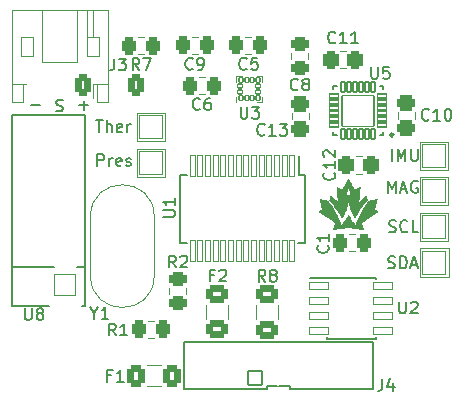
<source format=gto>
G04 #@! TF.GenerationSoftware,KiCad,Pcbnew,6.0.0*
G04 #@! TF.CreationDate,2022-02-03T15:12:05-05:00*
G04 #@! TF.ProjectId,sensors,73656e73-6f72-4732-9e6b-696361645f70,rev?*
G04 #@! TF.SameCoordinates,Original*
G04 #@! TF.FileFunction,Legend,Top*
G04 #@! TF.FilePolarity,Positive*
%FSLAX46Y46*%
G04 Gerber Fmt 4.6, Leading zero omitted, Abs format (unit mm)*
G04 Created by KiCad (PCBNEW 6.0.0) date 2022-02-03 15:12:05*
%MOMM*%
%LPD*%
G01*
G04 APERTURE LIST*
G04 Aperture macros list*
%AMRoundRect*
0 Rectangle with rounded corners*
0 $1 Rounding radius*
0 $2 $3 $4 $5 $6 $7 $8 $9 X,Y pos of 4 corners*
0 Add a 4 corners polygon primitive as box body*
4,1,4,$2,$3,$4,$5,$6,$7,$8,$9,$2,$3,0*
0 Add four circle primitives for the rounded corners*
1,1,$1+$1,$2,$3*
1,1,$1+$1,$4,$5*
1,1,$1+$1,$6,$7*
1,1,$1+$1,$8,$9*
0 Add four rect primitives between the rounded corners*
20,1,$1+$1,$2,$3,$4,$5,0*
20,1,$1+$1,$4,$5,$6,$7,0*
20,1,$1+$1,$6,$7,$8,$9,0*
20,1,$1+$1,$8,$9,$2,$3,0*%
G04 Aperture macros list end*
%ADD10C,0.150000*%
%ADD11C,0.120000*%
%ADD12C,0.249999*%
%ADD13C,0.010000*%
%ADD14R,2.000000X2.000000*%
%ADD15C,2.301600*%
%ADD16RoundRect,0.050800X-0.600000X-0.600000X0.600000X-0.600000X0.600000X0.600000X-0.600000X0.600000X0*%
%ADD17C,1.301600*%
%ADD18C,5.701600*%
%ADD19RoundRect,0.050800X0.900000X0.900000X-0.900000X0.900000X-0.900000X-0.900000X0.900000X-0.900000X0*%
%ADD20C,1.901600*%
%ADD21RoundRect,0.300800X0.350000X0.625000X-0.350000X0.625000X-0.350000X-0.625000X0.350000X-0.625000X0*%
%ADD22O,1.301600X1.851600*%
%ADD23RoundRect,0.300800X0.325000X0.450000X-0.325000X0.450000X-0.325000X-0.450000X0.325000X-0.450000X0*%
%ADD24RoundRect,0.050800X0.175000X-0.187500X0.175000X0.187500X-0.175000X0.187500X-0.175000X-0.187500X0*%
%ADD25RoundRect,0.050800X0.187500X0.175000X-0.187500X0.175000X-0.187500X-0.175000X0.187500X-0.175000X0*%
%ADD26RoundRect,0.300800X-0.325000X-0.450000X0.325000X-0.450000X0.325000X0.450000X-0.325000X0.450000X0*%
%ADD27RoundRect,0.300800X-0.337500X-0.475000X0.337500X-0.475000X0.337500X0.475000X-0.337500X0.475000X0*%
%ADD28RoundRect,0.300800X0.337500X0.475000X-0.337500X0.475000X-0.337500X-0.475000X0.337500X-0.475000X0*%
%ADD29RoundRect,0.300800X-0.475000X0.337500X-0.475000X-0.337500X0.475000X-0.337500X0.475000X0.337500X0*%
%ADD30RoundRect,0.050800X1.000000X1.000000X-1.000000X1.000000X-1.000000X-1.000000X1.000000X-1.000000X0*%
%ADD31RoundRect,0.050800X-1.000000X-1.000000X1.000000X-1.000000X1.000000X1.000000X-1.000000X1.000000X0*%
%ADD32RoundRect,0.050800X-0.775000X-0.300000X0.775000X-0.300000X0.775000X0.300000X-0.775000X0.300000X0*%
%ADD33RoundRect,0.050800X-0.225000X0.875000X-0.225000X-0.875000X0.225000X-0.875000X0.225000X0.875000X0*%
%ADD34RoundRect,0.050800X0.400000X-0.174999X0.400000X0.174999X-0.400000X0.174999X-0.400000X-0.174999X0*%
%ADD35RoundRect,0.050800X0.174999X0.425000X-0.174999X0.425000X-0.174999X-0.425000X0.174999X-0.425000X0*%
%ADD36RoundRect,0.050800X1.350000X1.300000X-1.350000X1.300000X-1.350000X-1.300000X1.350000X-1.300000X0*%
%ADD37RoundRect,0.300800X0.450000X-0.325000X0.450000X0.325000X-0.450000X0.325000X-0.450000X-0.325000X0*%
%ADD38RoundRect,0.300801X-0.462499X-0.624999X0.462499X-0.624999X0.462499X0.624999X-0.462499X0.624999X0*%
%ADD39RoundRect,0.300801X-0.624999X0.462499X-0.624999X-0.462499X0.624999X-0.462499X0.624999X0.462499X0*%
%ADD40RoundRect,0.300801X0.624999X-0.462499X0.624999X0.462499X-0.624999X0.462499X-0.624999X-0.462499X0*%
%ADD41C,1.601600*%
%ADD42RoundRect,0.300800X-0.350000X-0.625000X0.350000X-0.625000X0.350000X0.625000X-0.350000X0.625000X0*%
G04 APERTURE END LIST*
D10*
X130187700Y-70840600D02*
X132232400Y-70840600D01*
X130401785Y-70498511D02*
X130544642Y-70546130D01*
X130782738Y-70546130D01*
X130877976Y-70498511D01*
X130925595Y-70450892D01*
X130973214Y-70355654D01*
X130973214Y-70260416D01*
X130925595Y-70165178D01*
X130877976Y-70117559D01*
X130782738Y-70069940D01*
X130592261Y-70022321D01*
X130497023Y-69974702D01*
X130449404Y-69927083D01*
X130401785Y-69831845D01*
X130401785Y-69736607D01*
X130449404Y-69641369D01*
X130497023Y-69593750D01*
X130592261Y-69546130D01*
X130830357Y-69546130D01*
X130973214Y-69593750D01*
X128244047Y-70040178D02*
X129005952Y-70040178D01*
X158535714Y-83779761D02*
X158678571Y-83827380D01*
X158916666Y-83827380D01*
X159011904Y-83779761D01*
X159059523Y-83732142D01*
X159107142Y-83636904D01*
X159107142Y-83541666D01*
X159059523Y-83446428D01*
X159011904Y-83398809D01*
X158916666Y-83351190D01*
X158726190Y-83303571D01*
X158630952Y-83255952D01*
X158583333Y-83208333D01*
X158535714Y-83113095D01*
X158535714Y-83017857D01*
X158583333Y-82922619D01*
X158630952Y-82875000D01*
X158726190Y-82827380D01*
X158964285Y-82827380D01*
X159107142Y-82875000D01*
X159535714Y-83827380D02*
X159535714Y-82827380D01*
X159773809Y-82827380D01*
X159916666Y-82875000D01*
X160011904Y-82970238D01*
X160059523Y-83065476D01*
X160107142Y-83255952D01*
X160107142Y-83398809D01*
X160059523Y-83589285D01*
X160011904Y-83684523D01*
X159916666Y-83779761D01*
X159773809Y-83827380D01*
X159535714Y-83827380D01*
X160488095Y-83541666D02*
X160964285Y-83541666D01*
X160392857Y-83827380D02*
X160726190Y-82827380D01*
X161059523Y-83827380D01*
X132369047Y-70040178D02*
X133130952Y-70040178D01*
X132750000Y-70421130D02*
X132750000Y-69659226D01*
X133907738Y-75171130D02*
X133907738Y-74171130D01*
X134288690Y-74171130D01*
X134383928Y-74218750D01*
X134431547Y-74266369D01*
X134479166Y-74361607D01*
X134479166Y-74504464D01*
X134431547Y-74599702D01*
X134383928Y-74647321D01*
X134288690Y-74694940D01*
X133907738Y-74694940D01*
X134907738Y-75171130D02*
X134907738Y-74504464D01*
X134907738Y-74694940D02*
X134955357Y-74599702D01*
X135002976Y-74552083D01*
X135098214Y-74504464D01*
X135193452Y-74504464D01*
X135907738Y-75123511D02*
X135812500Y-75171130D01*
X135622023Y-75171130D01*
X135526785Y-75123511D01*
X135479166Y-75028273D01*
X135479166Y-74647321D01*
X135526785Y-74552083D01*
X135622023Y-74504464D01*
X135812500Y-74504464D01*
X135907738Y-74552083D01*
X135955357Y-74647321D01*
X135955357Y-74742559D01*
X135479166Y-74837797D01*
X136336309Y-75123511D02*
X136431547Y-75171130D01*
X136622023Y-75171130D01*
X136717261Y-75123511D01*
X136764880Y-75028273D01*
X136764880Y-74980654D01*
X136717261Y-74885416D01*
X136622023Y-74837797D01*
X136479166Y-74837797D01*
X136383928Y-74790178D01*
X136336309Y-74694940D01*
X136336309Y-74647321D01*
X136383928Y-74552083D01*
X136479166Y-74504464D01*
X136622023Y-74504464D01*
X136717261Y-74552083D01*
X158590773Y-80717261D02*
X158733630Y-80764880D01*
X158971726Y-80764880D01*
X159066964Y-80717261D01*
X159114583Y-80669642D01*
X159162202Y-80574404D01*
X159162202Y-80479166D01*
X159114583Y-80383928D01*
X159066964Y-80336309D01*
X158971726Y-80288690D01*
X158781250Y-80241071D01*
X158686011Y-80193452D01*
X158638392Y-80145833D01*
X158590773Y-80050595D01*
X158590773Y-79955357D01*
X158638392Y-79860119D01*
X158686011Y-79812500D01*
X158781250Y-79764880D01*
X159019345Y-79764880D01*
X159162202Y-79812500D01*
X160162202Y-80669642D02*
X160114583Y-80717261D01*
X159971726Y-80764880D01*
X159876488Y-80764880D01*
X159733630Y-80717261D01*
X159638392Y-80622023D01*
X159590773Y-80526785D01*
X159543154Y-80336309D01*
X159543154Y-80193452D01*
X159590773Y-80002976D01*
X159638392Y-79907738D01*
X159733630Y-79812500D01*
X159876488Y-79764880D01*
X159971726Y-79764880D01*
X160114583Y-79812500D01*
X160162202Y-79860119D01*
X161066964Y-80764880D02*
X160590773Y-80764880D01*
X160590773Y-79764880D01*
X133773809Y-71296130D02*
X134345238Y-71296130D01*
X134059523Y-72296130D02*
X134059523Y-71296130D01*
X134678571Y-72296130D02*
X134678571Y-71296130D01*
X135107142Y-72296130D02*
X135107142Y-71772321D01*
X135059523Y-71677083D01*
X134964285Y-71629464D01*
X134821428Y-71629464D01*
X134726190Y-71677083D01*
X134678571Y-71724702D01*
X135964285Y-72248511D02*
X135869047Y-72296130D01*
X135678571Y-72296130D01*
X135583333Y-72248511D01*
X135535714Y-72153273D01*
X135535714Y-71772321D01*
X135583333Y-71677083D01*
X135678571Y-71629464D01*
X135869047Y-71629464D01*
X135964285Y-71677083D01*
X136011904Y-71772321D01*
X136011904Y-71867559D01*
X135535714Y-71962797D01*
X136440476Y-72296130D02*
X136440476Y-71629464D01*
X136440476Y-71819940D02*
X136488095Y-71724702D01*
X136535714Y-71677083D01*
X136630952Y-71629464D01*
X136726190Y-71629464D01*
X158488095Y-77421130D02*
X158488095Y-76421130D01*
X158821428Y-77135416D01*
X159154761Y-76421130D01*
X159154761Y-77421130D01*
X159583333Y-77135416D02*
X160059523Y-77135416D01*
X159488095Y-77421130D02*
X159821428Y-76421130D01*
X160154761Y-77421130D01*
X161011904Y-76468750D02*
X160916666Y-76421130D01*
X160773809Y-76421130D01*
X160630952Y-76468750D01*
X160535714Y-76563988D01*
X160488095Y-76659226D01*
X160440476Y-76849702D01*
X160440476Y-76992559D01*
X160488095Y-77183035D01*
X160535714Y-77278273D01*
X160630952Y-77373511D01*
X160773809Y-77421130D01*
X160869047Y-77421130D01*
X161011904Y-77373511D01*
X161059523Y-77325892D01*
X161059523Y-76992559D01*
X160869047Y-76992559D01*
X158842261Y-74733630D02*
X158842261Y-73733630D01*
X159318452Y-74733630D02*
X159318452Y-73733630D01*
X159651785Y-74447916D01*
X159985119Y-73733630D01*
X159985119Y-74733630D01*
X160461309Y-73733630D02*
X160461309Y-74543154D01*
X160508928Y-74638392D01*
X160556547Y-74686011D01*
X160651785Y-74733630D01*
X160842261Y-74733630D01*
X160937500Y-74686011D01*
X160985119Y-74638392D01*
X161032738Y-74543154D01*
X161032738Y-73733630D01*
X158035666Y-93178380D02*
X158035666Y-93892666D01*
X157988047Y-94035523D01*
X157892809Y-94130761D01*
X157749952Y-94178380D01*
X157654714Y-94178380D01*
X158940428Y-93511714D02*
X158940428Y-94178380D01*
X158702333Y-93130761D02*
X158464238Y-93845047D01*
X159083285Y-93845047D01*
X127762095Y-87209380D02*
X127762095Y-88018904D01*
X127809714Y-88114142D01*
X127857333Y-88161761D01*
X127952571Y-88209380D01*
X128143047Y-88209380D01*
X128238285Y-88161761D01*
X128285904Y-88114142D01*
X128333523Y-88018904D01*
X128333523Y-87209380D01*
X128952571Y-87637952D02*
X128857333Y-87590333D01*
X128809714Y-87542714D01*
X128762095Y-87447476D01*
X128762095Y-87399857D01*
X128809714Y-87304619D01*
X128857333Y-87257000D01*
X128952571Y-87209380D01*
X129143047Y-87209380D01*
X129238285Y-87257000D01*
X129285904Y-87304619D01*
X129333523Y-87399857D01*
X129333523Y-87447476D01*
X129285904Y-87542714D01*
X129238285Y-87590333D01*
X129143047Y-87637952D01*
X128952571Y-87637952D01*
X128857333Y-87685571D01*
X128809714Y-87733190D01*
X128762095Y-87828428D01*
X128762095Y-88018904D01*
X128809714Y-88114142D01*
X128857333Y-88161761D01*
X128952571Y-88209380D01*
X129143047Y-88209380D01*
X129238285Y-88161761D01*
X129285904Y-88114142D01*
X129333523Y-88018904D01*
X129333523Y-87828428D01*
X129285904Y-87733190D01*
X129238285Y-87685571D01*
X129143047Y-87637952D01*
X135322916Y-66077380D02*
X135322916Y-66791666D01*
X135275297Y-66934523D01*
X135180059Y-67029761D01*
X135037202Y-67077380D01*
X134941964Y-67077380D01*
X135703869Y-66077380D02*
X136322916Y-66077380D01*
X135989583Y-66458333D01*
X136132440Y-66458333D01*
X136227678Y-66505952D01*
X136275297Y-66553571D01*
X136322916Y-66648809D01*
X136322916Y-66886904D01*
X136275297Y-66982142D01*
X136227678Y-67029761D01*
X136132440Y-67077380D01*
X135846726Y-67077380D01*
X135751488Y-67029761D01*
X135703869Y-66982142D01*
X137461853Y-67028320D02*
X137128520Y-66552130D01*
X136890424Y-67028320D02*
X136890424Y-66028320D01*
X137271377Y-66028320D01*
X137366615Y-66075940D01*
X137414234Y-66123559D01*
X137461853Y-66218797D01*
X137461853Y-66361654D01*
X137414234Y-66456892D01*
X137366615Y-66504511D01*
X137271377Y-66552130D01*
X136890424Y-66552130D01*
X137795186Y-66028320D02*
X138461853Y-66028320D01*
X138033281Y-67028320D01*
X146029345Y-70152380D02*
X146029345Y-70961904D01*
X146076964Y-71057142D01*
X146124583Y-71104761D01*
X146219821Y-71152380D01*
X146410297Y-71152380D01*
X146505535Y-71104761D01*
X146553154Y-71057142D01*
X146600773Y-70961904D01*
X146600773Y-70152380D01*
X146981726Y-70152380D02*
X147600773Y-70152380D01*
X147267440Y-70533333D01*
X147410297Y-70533333D01*
X147505535Y-70580952D01*
X147553154Y-70628571D01*
X147600773Y-70723809D01*
X147600773Y-70961904D01*
X147553154Y-71057142D01*
X147505535Y-71104761D01*
X147410297Y-71152380D01*
X147124583Y-71152380D01*
X147029345Y-71104761D01*
X146981726Y-71057142D01*
X146531033Y-66917842D02*
X146483414Y-66965461D01*
X146340557Y-67013080D01*
X146245319Y-67013080D01*
X146102461Y-66965461D01*
X146007223Y-66870223D01*
X145959604Y-66774985D01*
X145911985Y-66584509D01*
X145911985Y-66441652D01*
X145959604Y-66251176D01*
X146007223Y-66155938D01*
X146102461Y-66060700D01*
X146245319Y-66013080D01*
X146340557Y-66013080D01*
X146483414Y-66060700D01*
X146531033Y-66108319D01*
X147435795Y-66013080D02*
X146959604Y-66013080D01*
X146911985Y-66489271D01*
X146959604Y-66441652D01*
X147054842Y-66394033D01*
X147292938Y-66394033D01*
X147388176Y-66441652D01*
X147435795Y-66489271D01*
X147483414Y-66584509D01*
X147483414Y-66822604D01*
X147435795Y-66917842D01*
X147388176Y-66965461D01*
X147292938Y-67013080D01*
X147054842Y-67013080D01*
X146959604Y-66965461D01*
X146911985Y-66917842D01*
X142579633Y-70319142D02*
X142532014Y-70366761D01*
X142389157Y-70414380D01*
X142293919Y-70414380D01*
X142151061Y-70366761D01*
X142055823Y-70271523D01*
X142008204Y-70176285D01*
X141960585Y-69985809D01*
X141960585Y-69842952D01*
X142008204Y-69652476D01*
X142055823Y-69557238D01*
X142151061Y-69462000D01*
X142293919Y-69414380D01*
X142389157Y-69414380D01*
X142532014Y-69462000D01*
X142579633Y-69509619D01*
X143436776Y-69414380D02*
X143246300Y-69414380D01*
X143151061Y-69462000D01*
X143103442Y-69509619D01*
X143008204Y-69652476D01*
X142960585Y-69842952D01*
X142960585Y-70223904D01*
X143008204Y-70319142D01*
X143055823Y-70366761D01*
X143151061Y-70414380D01*
X143341538Y-70414380D01*
X143436776Y-70366761D01*
X143484395Y-70319142D01*
X143532014Y-70223904D01*
X143532014Y-69985809D01*
X143484395Y-69890571D01*
X143436776Y-69842952D01*
X143341538Y-69795333D01*
X143151061Y-69795333D01*
X143055823Y-69842952D01*
X143008204Y-69890571D01*
X142960585Y-69985809D01*
X153943322Y-75727797D02*
X153990941Y-75775416D01*
X154038560Y-75918273D01*
X154038560Y-76013511D01*
X153990941Y-76156368D01*
X153895703Y-76251606D01*
X153800465Y-76299225D01*
X153609989Y-76346844D01*
X153467132Y-76346844D01*
X153276656Y-76299225D01*
X153181418Y-76251606D01*
X153086180Y-76156368D01*
X153038560Y-76013511D01*
X153038560Y-75918273D01*
X153086180Y-75775416D01*
X153133799Y-75727797D01*
X154038560Y-74775416D02*
X154038560Y-75346844D01*
X154038560Y-75061130D02*
X153038560Y-75061130D01*
X153181418Y-75156368D01*
X153276656Y-75251606D01*
X153324275Y-75346844D01*
X153133799Y-74394463D02*
X153086180Y-74346844D01*
X153038560Y-74251606D01*
X153038560Y-74013511D01*
X153086180Y-73918273D01*
X153133799Y-73870654D01*
X153229037Y-73823035D01*
X153324275Y-73823035D01*
X153467132Y-73870654D01*
X154038560Y-74442082D01*
X154038560Y-73823035D01*
X154055842Y-64695342D02*
X154008223Y-64742961D01*
X153865366Y-64790580D01*
X153770128Y-64790580D01*
X153627271Y-64742961D01*
X153532033Y-64647723D01*
X153484414Y-64552485D01*
X153436795Y-64362009D01*
X153436795Y-64219152D01*
X153484414Y-64028676D01*
X153532033Y-63933438D01*
X153627271Y-63838200D01*
X153770128Y-63790580D01*
X153865366Y-63790580D01*
X154008223Y-63838200D01*
X154055842Y-63885819D01*
X155008223Y-64790580D02*
X154436795Y-64790580D01*
X154722509Y-64790580D02*
X154722509Y-63790580D01*
X154627271Y-63933438D01*
X154532033Y-64028676D01*
X154436795Y-64076295D01*
X155960604Y-64790580D02*
X155389176Y-64790580D01*
X155674890Y-64790580D02*
X155674890Y-63790580D01*
X155579652Y-63933438D01*
X155484414Y-64028676D01*
X155389176Y-64076295D01*
X148063982Y-72493142D02*
X148016363Y-72540761D01*
X147873506Y-72588380D01*
X147778268Y-72588380D01*
X147635411Y-72540761D01*
X147540173Y-72445523D01*
X147492554Y-72350285D01*
X147444935Y-72159809D01*
X147444935Y-72016952D01*
X147492554Y-71826476D01*
X147540173Y-71731238D01*
X147635411Y-71636000D01*
X147778268Y-71588380D01*
X147873506Y-71588380D01*
X148016363Y-71636000D01*
X148063982Y-71683619D01*
X149016363Y-72588380D02*
X148444935Y-72588380D01*
X148730649Y-72588380D02*
X148730649Y-71588380D01*
X148635411Y-71731238D01*
X148540173Y-71826476D01*
X148444935Y-71874095D01*
X149349697Y-71588380D02*
X149968744Y-71588380D01*
X149635411Y-71969333D01*
X149778268Y-71969333D01*
X149873506Y-72016952D01*
X149921125Y-72064571D01*
X149968744Y-72159809D01*
X149968744Y-72397904D01*
X149921125Y-72493142D01*
X149873506Y-72540761D01*
X149778268Y-72588380D01*
X149492554Y-72588380D01*
X149397316Y-72540761D01*
X149349697Y-72493142D01*
X161967942Y-71223142D02*
X161920323Y-71270761D01*
X161777466Y-71318380D01*
X161682228Y-71318380D01*
X161539371Y-71270761D01*
X161444133Y-71175523D01*
X161396514Y-71080285D01*
X161348895Y-70889809D01*
X161348895Y-70746952D01*
X161396514Y-70556476D01*
X161444133Y-70461238D01*
X161539371Y-70366000D01*
X161682228Y-70318380D01*
X161777466Y-70318380D01*
X161920323Y-70366000D01*
X161967942Y-70413619D01*
X162920323Y-71318380D02*
X162348895Y-71318380D01*
X162634609Y-71318380D02*
X162634609Y-70318380D01*
X162539371Y-70461238D01*
X162444133Y-70556476D01*
X162348895Y-70604095D01*
X163539371Y-70318380D02*
X163634609Y-70318380D01*
X163729847Y-70366000D01*
X163777466Y-70413619D01*
X163825085Y-70508857D01*
X163872704Y-70699333D01*
X163872704Y-70937428D01*
X163825085Y-71127904D01*
X163777466Y-71223142D01*
X163729847Y-71270761D01*
X163634609Y-71318380D01*
X163539371Y-71318380D01*
X163444133Y-71270761D01*
X163396514Y-71223142D01*
X163348895Y-71127904D01*
X163301276Y-70937428D01*
X163301276Y-70699333D01*
X163348895Y-70508857D01*
X163396514Y-70413619D01*
X163444133Y-70366000D01*
X163539371Y-70318380D01*
X159462515Y-86652380D02*
X159462515Y-87461904D01*
X159510134Y-87557142D01*
X159557753Y-87604761D01*
X159652991Y-87652380D01*
X159843467Y-87652380D01*
X159938705Y-87604761D01*
X159986324Y-87557142D01*
X160033943Y-87461904D01*
X160033943Y-86652380D01*
X160462515Y-86747619D02*
X160510134Y-86700000D01*
X160605372Y-86652380D01*
X160843467Y-86652380D01*
X160938705Y-86700000D01*
X160986324Y-86747619D01*
X161033943Y-86842857D01*
X161033943Y-86938095D01*
X160986324Y-87080952D01*
X160414896Y-87652380D01*
X161033943Y-87652380D01*
X139457180Y-79476504D02*
X140266704Y-79476504D01*
X140361942Y-79428885D01*
X140409561Y-79381266D01*
X140457180Y-79286028D01*
X140457180Y-79095552D01*
X140409561Y-79000314D01*
X140361942Y-78952695D01*
X140266704Y-78905076D01*
X139457180Y-78905076D01*
X140457180Y-77905076D02*
X140457180Y-78476504D01*
X140457180Y-78190790D02*
X139457180Y-78190790D01*
X139600038Y-78286028D01*
X139695276Y-78381266D01*
X139742895Y-78476504D01*
X157078995Y-66775080D02*
X157078995Y-67584604D01*
X157126614Y-67679842D01*
X157174233Y-67727461D01*
X157269471Y-67775080D01*
X157459947Y-67775080D01*
X157555185Y-67727461D01*
X157602804Y-67679842D01*
X157650423Y-67584604D01*
X157650423Y-66775080D01*
X158602804Y-66775080D02*
X158126614Y-66775080D01*
X158078995Y-67251271D01*
X158126614Y-67203652D01*
X158221852Y-67156033D01*
X158459947Y-67156033D01*
X158555185Y-67203652D01*
X158602804Y-67251271D01*
X158650423Y-67346509D01*
X158650423Y-67584604D01*
X158602804Y-67679842D01*
X158555185Y-67727461D01*
X158459947Y-67775080D01*
X158221852Y-67775080D01*
X158126614Y-67727461D01*
X158078995Y-67679842D01*
X153399542Y-81888626D02*
X153447161Y-81936245D01*
X153494780Y-82079102D01*
X153494780Y-82174340D01*
X153447161Y-82317198D01*
X153351923Y-82412436D01*
X153256685Y-82460055D01*
X153066209Y-82507674D01*
X152923352Y-82507674D01*
X152732876Y-82460055D01*
X152637638Y-82412436D01*
X152542400Y-82317198D01*
X152494780Y-82174340D01*
X152494780Y-82079102D01*
X152542400Y-81936245D01*
X152590019Y-81888626D01*
X153494780Y-80936245D02*
X153494780Y-81507674D01*
X153494780Y-81221960D02*
X152494780Y-81221960D01*
X152637638Y-81317198D01*
X152732876Y-81412436D01*
X152780495Y-81507674D01*
X150887133Y-68672982D02*
X150839514Y-68720601D01*
X150696657Y-68768220D01*
X150601419Y-68768220D01*
X150458561Y-68720601D01*
X150363323Y-68625363D01*
X150315704Y-68530125D01*
X150268085Y-68339649D01*
X150268085Y-68196792D01*
X150315704Y-68006316D01*
X150363323Y-67911078D01*
X150458561Y-67815840D01*
X150601419Y-67768220D01*
X150696657Y-67768220D01*
X150839514Y-67815840D01*
X150887133Y-67863459D01*
X151458561Y-68196792D02*
X151363323Y-68149173D01*
X151315704Y-68101554D01*
X151268085Y-68006316D01*
X151268085Y-67958697D01*
X151315704Y-67863459D01*
X151363323Y-67815840D01*
X151458561Y-67768220D01*
X151649038Y-67768220D01*
X151744276Y-67815840D01*
X151791895Y-67863459D01*
X151839514Y-67958697D01*
X151839514Y-68006316D01*
X151791895Y-68101554D01*
X151744276Y-68149173D01*
X151649038Y-68196792D01*
X151458561Y-68196792D01*
X151363323Y-68244411D01*
X151315704Y-68292030D01*
X151268085Y-68387268D01*
X151268085Y-68577744D01*
X151315704Y-68672982D01*
X151363323Y-68720601D01*
X151458561Y-68768220D01*
X151649038Y-68768220D01*
X151744276Y-68720601D01*
X151791895Y-68672982D01*
X151839514Y-68577744D01*
X151839514Y-68387268D01*
X151791895Y-68292030D01*
X151744276Y-68244411D01*
X151649038Y-68196792D01*
X135094386Y-92902731D02*
X134761053Y-92902731D01*
X134761053Y-93426540D02*
X134761053Y-92426540D01*
X135237243Y-92426540D01*
X136142005Y-93426540D02*
X135570577Y-93426540D01*
X135856291Y-93426540D02*
X135856291Y-92426540D01*
X135761053Y-92569398D01*
X135665815Y-92664636D01*
X135570577Y-92712255D01*
X143760866Y-84406431D02*
X143427533Y-84406431D01*
X143427533Y-84930240D02*
X143427533Y-83930240D01*
X143903723Y-83930240D01*
X144237057Y-84025479D02*
X144284676Y-83977860D01*
X144379914Y-83930240D01*
X144618009Y-83930240D01*
X144713247Y-83977860D01*
X144760866Y-84025479D01*
X144808485Y-84120717D01*
X144808485Y-84215955D01*
X144760866Y-84358812D01*
X144189438Y-84930240D01*
X144808485Y-84930240D01*
X148128693Y-84955640D02*
X147795360Y-84479450D01*
X147557264Y-84955640D02*
X147557264Y-83955640D01*
X147938217Y-83955640D01*
X148033455Y-84003260D01*
X148081074Y-84050879D01*
X148128693Y-84146117D01*
X148128693Y-84288974D01*
X148081074Y-84384212D01*
X148033455Y-84431831D01*
X147938217Y-84479450D01*
X147557264Y-84479450D01*
X148700121Y-84384212D02*
X148604883Y-84336593D01*
X148557264Y-84288974D01*
X148509645Y-84193736D01*
X148509645Y-84146117D01*
X148557264Y-84050879D01*
X148604883Y-84003260D01*
X148700121Y-83955640D01*
X148890598Y-83955640D01*
X148985836Y-84003260D01*
X149033455Y-84050879D01*
X149081074Y-84146117D01*
X149081074Y-84193736D01*
X149033455Y-84288974D01*
X148985836Y-84336593D01*
X148890598Y-84384212D01*
X148700121Y-84384212D01*
X148604883Y-84431831D01*
X148557264Y-84479450D01*
X148509645Y-84574688D01*
X148509645Y-84765164D01*
X148557264Y-84860402D01*
X148604883Y-84908021D01*
X148700121Y-84955640D01*
X148890598Y-84955640D01*
X148985836Y-84908021D01*
X149033455Y-84860402D01*
X149081074Y-84765164D01*
X149081074Y-84574688D01*
X149033455Y-84479450D01*
X148985836Y-84431831D01*
X148890598Y-84384212D01*
X140558333Y-83752380D02*
X140225000Y-83276190D01*
X139986904Y-83752380D02*
X139986904Y-82752380D01*
X140367857Y-82752380D01*
X140463095Y-82800000D01*
X140510714Y-82847619D01*
X140558333Y-82942857D01*
X140558333Y-83085714D01*
X140510714Y-83180952D01*
X140463095Y-83228571D01*
X140367857Y-83276190D01*
X139986904Y-83276190D01*
X140939285Y-82847619D02*
X140986904Y-82800000D01*
X141082142Y-82752380D01*
X141320238Y-82752380D01*
X141415476Y-82800000D01*
X141463095Y-82847619D01*
X141510714Y-82942857D01*
X141510714Y-83038095D01*
X141463095Y-83180952D01*
X140891666Y-83752380D01*
X141510714Y-83752380D01*
X135473333Y-89502380D02*
X135140000Y-89026190D01*
X134901904Y-89502380D02*
X134901904Y-88502380D01*
X135282857Y-88502380D01*
X135378095Y-88550000D01*
X135425714Y-88597619D01*
X135473333Y-88692857D01*
X135473333Y-88835714D01*
X135425714Y-88930952D01*
X135378095Y-88978571D01*
X135282857Y-89026190D01*
X134901904Y-89026190D01*
X136425714Y-89502380D02*
X135854285Y-89502380D01*
X136140000Y-89502380D02*
X136140000Y-88502380D01*
X136044761Y-88645238D01*
X135949523Y-88740476D01*
X135854285Y-88788095D01*
X141978193Y-66917842D02*
X141930574Y-66965461D01*
X141787717Y-67013080D01*
X141692479Y-67013080D01*
X141549621Y-66965461D01*
X141454383Y-66870223D01*
X141406764Y-66774985D01*
X141359145Y-66584509D01*
X141359145Y-66441652D01*
X141406764Y-66251176D01*
X141454383Y-66155938D01*
X141549621Y-66060700D01*
X141692479Y-66013080D01*
X141787717Y-66013080D01*
X141930574Y-66060700D01*
X141978193Y-66108319D01*
X142454383Y-67013080D02*
X142644860Y-67013080D01*
X142740098Y-66965461D01*
X142787717Y-66917842D01*
X142882955Y-66774985D01*
X142930574Y-66584509D01*
X142930574Y-66203557D01*
X142882955Y-66108319D01*
X142835336Y-66060700D01*
X142740098Y-66013080D01*
X142549621Y-66013080D01*
X142454383Y-66060700D01*
X142406764Y-66108319D01*
X142359145Y-66203557D01*
X142359145Y-66441652D01*
X142406764Y-66536890D01*
X142454383Y-66584509D01*
X142549621Y-66632128D01*
X142740098Y-66632128D01*
X142835336Y-66584509D01*
X142882955Y-66536890D01*
X142930574Y-66441652D01*
X133643809Y-87606190D02*
X133643809Y-88082380D01*
X133310476Y-87082380D02*
X133643809Y-87606190D01*
X133977142Y-87082380D01*
X134834285Y-88082380D02*
X134262857Y-88082380D01*
X134548571Y-88082380D02*
X134548571Y-87082380D01*
X134453333Y-87225238D01*
X134358095Y-87320476D01*
X134262857Y-87368095D01*
X141225000Y-94075000D02*
X148225000Y-94075000D01*
X148225000Y-93775000D02*
X150225000Y-93775000D01*
X150225000Y-94075000D02*
X157225000Y-94075000D01*
X157225000Y-90075000D02*
X141225000Y-90075000D01*
X141225000Y-90075000D02*
X141225000Y-94075000D01*
X148225000Y-94075000D02*
X148225000Y-93775000D01*
X157225000Y-94075000D02*
X157225000Y-90075000D01*
X150225000Y-93775000D02*
X150225000Y-94075000D01*
X126691000Y-70842000D02*
X130091000Y-70842000D01*
X132891000Y-70842000D02*
X132191000Y-70842000D01*
X126691000Y-87019000D02*
X129791000Y-87019000D01*
X129991000Y-70842000D02*
X130191000Y-70842000D01*
X132891000Y-83757000D02*
X132191000Y-83757000D01*
X132891000Y-75057000D02*
X132891000Y-87017000D01*
X132891000Y-87019000D02*
X132591000Y-87019000D01*
X126691000Y-74957000D02*
X126691000Y-87017000D01*
X126695200Y-74930000D02*
X126695200Y-70932000D01*
X126691000Y-83757000D02*
X130191000Y-83757000D01*
X132892800Y-75057000D02*
X132892800Y-70932000D01*
D11*
X133015000Y-64226000D02*
X133015000Y-65826000D01*
X134015000Y-64226000D02*
X133015000Y-64226000D01*
X134775000Y-61966000D02*
X126655000Y-61966000D01*
X127415000Y-65826000D02*
X127415000Y-64226000D01*
X127575000Y-68186000D02*
X127855000Y-68186000D01*
X128415000Y-65826000D02*
X127415000Y-65826000D01*
X133855000Y-69786000D02*
X134775000Y-69786000D01*
X126655000Y-68186000D02*
X127575000Y-68186000D01*
X128415000Y-64226000D02*
X128415000Y-65826000D01*
X126655000Y-61966000D02*
X126655000Y-69786000D01*
X132215000Y-66326000D02*
X129215000Y-66326000D01*
X127575000Y-69786000D02*
X127575000Y-68186000D01*
X133855000Y-68186000D02*
X133855000Y-69786000D01*
X133575000Y-68186000D02*
X133855000Y-68186000D01*
X132215000Y-61966000D02*
X132215000Y-66326000D01*
X126655000Y-69786000D02*
X127575000Y-69786000D01*
X133015000Y-64226000D02*
X133015000Y-61966000D01*
X133015000Y-65826000D02*
X134015000Y-65826000D01*
X133515000Y-64226000D02*
X133515000Y-61966000D01*
X127415000Y-64226000D02*
X128415000Y-64226000D01*
X134015000Y-65826000D02*
X134015000Y-64226000D01*
X134775000Y-68186000D02*
X133855000Y-68186000D01*
X129215000Y-66326000D02*
X129215000Y-61966000D01*
X133575000Y-68186000D02*
X133575000Y-69401000D01*
X134775000Y-69786000D02*
X134775000Y-61966000D01*
X137869452Y-65683200D02*
X137346948Y-65683200D01*
X137869452Y-64263200D02*
X137346948Y-64263200D01*
X145681250Y-68082500D02*
X145681250Y-67582500D01*
X145681250Y-69782500D02*
X145681250Y-69782500D01*
X147881250Y-68082500D02*
X147881250Y-68082500D01*
X147881250Y-69282500D02*
X147881250Y-69782500D01*
X147881250Y-69782500D02*
X147381250Y-69782500D01*
X147381250Y-69782500D02*
X147381250Y-69782500D01*
X145681250Y-69282500D02*
X145681250Y-69782500D01*
X147381250Y-67582500D02*
X147881250Y-67582500D01*
X146181250Y-67582500D02*
X146181250Y-67582500D01*
X145681250Y-67582500D02*
X146181250Y-67582500D01*
X147881250Y-67582500D02*
X147881250Y-68082500D01*
X146942552Y-65670500D02*
X146420048Y-65670500D01*
X146942552Y-64250500D02*
X146420048Y-64250500D01*
X142488748Y-67665000D02*
X143011252Y-67665000D01*
X142488748Y-69085000D02*
X143011252Y-69085000D01*
X155767048Y-75817400D02*
X156289552Y-75817400D01*
X155767048Y-74347400D02*
X156289552Y-74347400D01*
X154963852Y-66889300D02*
X154441348Y-66889300D01*
X154963852Y-65419300D02*
X154441348Y-65419300D01*
X151826900Y-70702448D02*
X151826900Y-71224952D01*
X150356900Y-70702448D02*
X150356900Y-71224952D01*
X160805800Y-70634048D02*
X160805800Y-71156552D01*
X159335800Y-70634048D02*
X159335800Y-71156552D01*
X163630000Y-78510000D02*
X161230000Y-78510000D01*
X163630000Y-76110000D02*
X163630000Y-78510000D01*
X161230000Y-78510000D02*
X161230000Y-76110000D01*
X161230000Y-76110000D02*
X163630000Y-76110000D01*
X137230000Y-73082000D02*
X137230000Y-70682000D01*
X137230000Y-70682000D02*
X139630000Y-70682000D01*
X139630000Y-73082000D02*
X137230000Y-73082000D01*
X139630000Y-70682000D02*
X139630000Y-73082000D01*
X163640000Y-82150000D02*
X163640000Y-84550000D01*
X161240000Y-82150000D02*
X163640000Y-82150000D01*
X163640000Y-84550000D02*
X161240000Y-84550000D01*
X161240000Y-84550000D02*
X161240000Y-82150000D01*
D10*
X153325000Y-89775000D02*
X153325000Y-89630000D01*
X153325000Y-89775000D02*
X157475000Y-89775000D01*
X157475000Y-89775000D02*
X157475000Y-89630000D01*
X153325000Y-84675000D02*
X151925000Y-84675000D01*
X153325000Y-84625000D02*
X153325000Y-84675000D01*
X157475000Y-84625000D02*
X157475000Y-84770000D01*
X153325000Y-84625000D02*
X157475000Y-84625000D01*
X140875000Y-81675000D02*
X141525000Y-81675000D01*
X151525000Y-75925000D02*
X150950000Y-75925000D01*
X151525000Y-75925000D02*
X151525000Y-81675000D01*
X150950000Y-75925000D02*
X150950000Y-74325000D01*
X140875000Y-75925000D02*
X140875000Y-81675000D01*
X140875000Y-75925000D02*
X141525000Y-75925000D01*
X151525000Y-81675000D02*
X150875000Y-81675000D01*
X158080001Y-68369999D02*
X158080001Y-68645000D01*
X154155000Y-72570001D02*
X153879999Y-72570001D01*
X153879999Y-68369999D02*
X153879999Y-68645000D01*
X158080001Y-68369999D02*
X157805000Y-68369999D01*
X153879999Y-72295000D02*
X153879999Y-72570001D01*
X154155000Y-68369999D02*
X153879999Y-68369999D01*
X158080001Y-72570001D02*
X157805000Y-72570001D01*
X158080001Y-72295000D02*
X158080001Y-72570001D01*
D12*
X158955003Y-72520001D02*
G75*
G03*
X158955003Y-72520001I-125001J0D01*
G01*
D11*
X155700252Y-82371000D02*
X155177748Y-82371000D01*
X155700252Y-80951000D02*
X155177748Y-80951000D01*
X150318400Y-66139852D02*
X150318400Y-65617348D01*
X151738400Y-66139852D02*
X151738400Y-65617348D01*
X163630000Y-79130000D02*
X163630000Y-81530000D01*
X161230000Y-81530000D02*
X161230000Y-79130000D01*
X163630000Y-81530000D02*
X161230000Y-81530000D01*
X161230000Y-79130000D02*
X163630000Y-79130000D01*
X138100656Y-92000660D02*
X139304784Y-92000660D01*
X138100656Y-93820660D02*
X139304784Y-93820660D01*
X143143560Y-86913636D02*
X143143560Y-88117764D01*
X144963560Y-86913636D02*
X144963560Y-88117764D01*
X137230000Y-73717300D02*
X139630000Y-73717300D01*
X139630000Y-76117300D02*
X137230000Y-76117300D01*
X137230000Y-76117300D02*
X137230000Y-73717300D01*
X139630000Y-73717300D02*
X139630000Y-76117300D01*
X149185040Y-88123784D02*
X149185040Y-86919656D01*
X147365040Y-88123784D02*
X147365040Y-86919656D01*
X141410000Y-86036252D02*
X141410000Y-85513748D01*
X139990000Y-86036252D02*
X139990000Y-85513748D01*
X163630000Y-75500000D02*
X161230000Y-75500000D01*
X161230000Y-75500000D02*
X161230000Y-73100000D01*
X163630000Y-73100000D02*
X163630000Y-75500000D01*
X161230000Y-73100000D02*
X163630000Y-73100000D01*
X138203748Y-89710000D02*
X138726252Y-89710000D01*
X138203748Y-88290000D02*
X138726252Y-88290000D01*
X141898848Y-64250500D02*
X142421352Y-64250500D01*
X141898848Y-65670500D02*
X142421352Y-65670500D01*
X133322080Y-79448600D02*
X133322080Y-84448600D01*
X138722080Y-79448600D02*
X138722080Y-84448600D01*
X133322080Y-84448600D02*
G75*
G03*
X138722080Y-84448600I2700000J0D01*
G01*
X138722080Y-79448600D02*
G75*
G03*
X133322080Y-79448600I-2700000J0D01*
G01*
D13*
X152725697Y-77968970D02*
X152745033Y-77972400D01*
X152745033Y-77972400D02*
X152775352Y-77978030D01*
X152775352Y-77978030D02*
X152815319Y-77985605D01*
X152815319Y-77985605D02*
X152863599Y-77994871D01*
X152863599Y-77994871D02*
X152918859Y-78005572D01*
X152918859Y-78005572D02*
X152979762Y-78017455D01*
X152979762Y-78017455D02*
X153044976Y-78030263D01*
X153044976Y-78030263D02*
X153046094Y-78030484D01*
X153046094Y-78030484D02*
X153126677Y-78046474D01*
X153126677Y-78046474D02*
X153194475Y-78060182D01*
X153194475Y-78060182D02*
X153250396Y-78071815D01*
X153250396Y-78071815D02*
X153295348Y-78081580D01*
X153295348Y-78081580D02*
X153330239Y-78089683D01*
X153330239Y-78089683D02*
X153355978Y-78096330D01*
X153355978Y-78096330D02*
X153373474Y-78101729D01*
X153373474Y-78101729D02*
X153383633Y-78106085D01*
X153383633Y-78106085D02*
X153386102Y-78107804D01*
X153386102Y-78107804D02*
X153398574Y-78121227D01*
X153398574Y-78121227D02*
X153417726Y-78144656D01*
X153417726Y-78144656D02*
X153442447Y-78176566D01*
X153442447Y-78176566D02*
X153471624Y-78215433D01*
X153471624Y-78215433D02*
X153504144Y-78259732D01*
X153504144Y-78259732D02*
X153538896Y-78307937D01*
X153538896Y-78307937D02*
X153574767Y-78358524D01*
X153574767Y-78358524D02*
X153610644Y-78409969D01*
X153610644Y-78409969D02*
X153645415Y-78460745D01*
X153645415Y-78460745D02*
X153667273Y-78493234D01*
X153667273Y-78493234D02*
X153770542Y-78652334D01*
X153770542Y-78652334D02*
X153871719Y-78816776D01*
X153871719Y-78816776D02*
X153969654Y-78984429D01*
X153969654Y-78984429D02*
X154063199Y-79153163D01*
X154063199Y-79153163D02*
X154151202Y-79320847D01*
X154151202Y-79320847D02*
X154232513Y-79485352D01*
X154232513Y-79485352D02*
X154305984Y-79644546D01*
X154305984Y-79644546D02*
X154369782Y-79794617D01*
X154369782Y-79794617D02*
X154385866Y-79835630D01*
X154385866Y-79835630D02*
X154403350Y-79882438D01*
X154403350Y-79882438D02*
X154421411Y-79932618D01*
X154421411Y-79932618D02*
X154439230Y-79983749D01*
X154439230Y-79983749D02*
X154455987Y-80033409D01*
X154455987Y-80033409D02*
X154470860Y-80079176D01*
X154470860Y-80079176D02*
X154483030Y-80118629D01*
X154483030Y-80118629D02*
X154491676Y-80149346D01*
X154491676Y-80149346D02*
X154495389Y-80165372D01*
X154495389Y-80165372D02*
X154499647Y-80182015D01*
X154499647Y-80182015D02*
X154504120Y-80190845D01*
X154504120Y-80190845D02*
X154505077Y-80191274D01*
X154505077Y-80191274D02*
X154511754Y-80186234D01*
X154511754Y-80186234D02*
X154526072Y-80172142D01*
X154526072Y-80172142D02*
X154546646Y-80150541D01*
X154546646Y-80150541D02*
X154572088Y-80122973D01*
X154572088Y-80122973D02*
X154601016Y-80090981D01*
X154601016Y-80090981D02*
X154632042Y-80056108D01*
X154632042Y-80056108D02*
X154663782Y-80019897D01*
X154663782Y-80019897D02*
X154694851Y-79983889D01*
X154694851Y-79983889D02*
X154723864Y-79949628D01*
X154723864Y-79949628D02*
X154745049Y-79924040D01*
X154745049Y-79924040D02*
X154809931Y-79842140D01*
X154809931Y-79842140D02*
X154869680Y-79761123D01*
X154869680Y-79761123D02*
X154926417Y-79677812D01*
X154926417Y-79677812D02*
X154982268Y-79589035D01*
X154982268Y-79589035D02*
X155039354Y-79491615D01*
X155039354Y-79491615D02*
X155065812Y-79444471D01*
X155065812Y-79444471D02*
X155085513Y-79409757D01*
X155085513Y-79409757D02*
X155103166Y-79380166D01*
X155103166Y-79380166D02*
X155117620Y-79357505D01*
X155117620Y-79357505D02*
X155127728Y-79343579D01*
X155127728Y-79343579D02*
X155132259Y-79340088D01*
X155132259Y-79340088D02*
X155137526Y-79348146D01*
X155137526Y-79348146D02*
X155147843Y-79365848D01*
X155147843Y-79365848D02*
X155161705Y-79390556D01*
X155161705Y-79390556D02*
X155177178Y-79418836D01*
X155177178Y-79418836D02*
X155254089Y-79554716D01*
X155254089Y-79554716D02*
X155332247Y-79679810D01*
X155332247Y-79679810D02*
X155413710Y-79797225D01*
X155413710Y-79797225D02*
X155500537Y-79910070D01*
X155500537Y-79910070D02*
X155511337Y-79923357D01*
X155511337Y-79923357D02*
X155537781Y-79955211D01*
X155537781Y-79955211D02*
X155567384Y-79990040D01*
X155567384Y-79990040D02*
X155598767Y-80026306D01*
X155598767Y-80026306D02*
X155630545Y-80062468D01*
X155630545Y-80062468D02*
X155661339Y-80096989D01*
X155661339Y-80096989D02*
X155689766Y-80128329D01*
X155689766Y-80128329D02*
X155714445Y-80154948D01*
X155714445Y-80154948D02*
X155733992Y-80175309D01*
X155733992Y-80175309D02*
X155747028Y-80187872D01*
X155747028Y-80187872D02*
X155751883Y-80191274D01*
X155751883Y-80191274D02*
X155756129Y-80185181D01*
X155756129Y-80185181D02*
X155760610Y-80170069D01*
X155760610Y-80170069D02*
X155761571Y-80165372D01*
X155761571Y-80165372D02*
X155766986Y-80142926D01*
X155766986Y-80142926D02*
X155776549Y-80109900D01*
X155776549Y-80109900D02*
X155789440Y-80068717D01*
X155789440Y-80068717D02*
X155804838Y-80021799D01*
X155804838Y-80021799D02*
X155821924Y-79971567D01*
X155821924Y-79971567D02*
X155839876Y-79920443D01*
X155839876Y-79920443D02*
X155857873Y-79870849D01*
X155857873Y-79870849D02*
X155875097Y-79825206D01*
X155875097Y-79825206D02*
X155887178Y-79794617D01*
X155887178Y-79794617D02*
X155950492Y-79645701D01*
X155950492Y-79645701D02*
X156022659Y-79489261D01*
X156022659Y-79489261D02*
X156102518Y-79327442D01*
X156102518Y-79327442D02*
X156188912Y-79162390D01*
X156188912Y-79162390D02*
X156280683Y-78996251D01*
X156280683Y-78996251D02*
X156376672Y-78831171D01*
X156376672Y-78831171D02*
X156475722Y-78669296D01*
X156475722Y-78669296D02*
X156576675Y-78512772D01*
X156576675Y-78512772D02*
X156588995Y-78494251D01*
X156588995Y-78494251D02*
X156622378Y-78444822D01*
X156622378Y-78444822D02*
X156657611Y-78393694D01*
X156657611Y-78393694D02*
X156693585Y-78342389D01*
X156693585Y-78342389D02*
X156729188Y-78292430D01*
X156729188Y-78292430D02*
X156763312Y-78245339D01*
X156763312Y-78245339D02*
X156794845Y-78202639D01*
X156794845Y-78202639D02*
X156822678Y-78165854D01*
X156822678Y-78165854D02*
X156845700Y-78136504D01*
X156845700Y-78136504D02*
X156862802Y-78116114D01*
X156862802Y-78116114D02*
X156870553Y-78108079D01*
X156870553Y-78108079D02*
X156877906Y-78104111D01*
X156877906Y-78104111D02*
X156892791Y-78099066D01*
X156892791Y-78099066D02*
X156916057Y-78092752D01*
X156916057Y-78092752D02*
X156948552Y-78084977D01*
X156948552Y-78084977D02*
X156991124Y-78075547D01*
X156991124Y-78075547D02*
X157044624Y-78064271D01*
X157044624Y-78064271D02*
X157109898Y-78050955D01*
X157109898Y-78050955D02*
X157187795Y-78035407D01*
X157187795Y-78035407D02*
X157210561Y-78030908D01*
X157210561Y-78030908D02*
X157275866Y-78018064D01*
X157275866Y-78018064D02*
X157336884Y-78006137D01*
X157336884Y-78006137D02*
X157392281Y-77995382D01*
X157392281Y-77995382D02*
X157440724Y-77986055D01*
X157440724Y-77986055D02*
X157480878Y-77978412D01*
X157480878Y-77978412D02*
X157511409Y-77972708D01*
X157511409Y-77972708D02*
X157530985Y-77969198D01*
X157530985Y-77969198D02*
X157538271Y-77968137D01*
X157538271Y-77968137D02*
X157538282Y-77968143D01*
X157538282Y-77968143D02*
X157536871Y-77974843D01*
X157536871Y-77974843D02*
X157532357Y-77993646D01*
X157532357Y-77993646D02*
X157525092Y-78023171D01*
X157525092Y-78023171D02*
X157515424Y-78062039D01*
X157515424Y-78062039D02*
X157503704Y-78108869D01*
X157503704Y-78108869D02*
X157490282Y-78162282D01*
X157490282Y-78162282D02*
X157475509Y-78220897D01*
X157475509Y-78220897D02*
X157459733Y-78283334D01*
X157459733Y-78283334D02*
X157443307Y-78348214D01*
X157443307Y-78348214D02*
X157426579Y-78414155D01*
X157426579Y-78414155D02*
X157409899Y-78479779D01*
X157409899Y-78479779D02*
X157393619Y-78543704D01*
X157393619Y-78543704D02*
X157378087Y-78604551D01*
X157378087Y-78604551D02*
X157363655Y-78660940D01*
X157363655Y-78660940D02*
X157350672Y-78711491D01*
X157350672Y-78711491D02*
X157339488Y-78754823D01*
X157339488Y-78754823D02*
X157330454Y-78789557D01*
X157330454Y-78789557D02*
X157323920Y-78814312D01*
X157323920Y-78814312D02*
X157320235Y-78827708D01*
X157320235Y-78827708D02*
X157320076Y-78828241D01*
X157320076Y-78828241D02*
X157321765Y-78833541D01*
X157321765Y-78833541D02*
X157330068Y-78841598D01*
X157330068Y-78841598D02*
X157346059Y-78853116D01*
X157346059Y-78853116D02*
X157370815Y-78868804D01*
X157370815Y-78868804D02*
X157405413Y-78889366D01*
X157405413Y-78889366D02*
X157450929Y-78915511D01*
X157450929Y-78915511D02*
X157466465Y-78924317D01*
X157466465Y-78924317D02*
X157507695Y-78947840D01*
X157507695Y-78947840D02*
X157544584Y-78969285D01*
X157544584Y-78969285D02*
X157575494Y-78987666D01*
X157575494Y-78987666D02*
X157598786Y-79001997D01*
X157598786Y-79001997D02*
X157612821Y-79011294D01*
X157612821Y-79011294D02*
X157616288Y-79014400D01*
X157616288Y-79014400D02*
X157610575Y-79018811D01*
X157610575Y-79018811D02*
X157593909Y-79030347D01*
X157593909Y-79030347D02*
X157567003Y-79048538D01*
X157567003Y-79048538D02*
X157530567Y-79072913D01*
X157530567Y-79072913D02*
X157485312Y-79103004D01*
X157485312Y-79103004D02*
X157431950Y-79138340D01*
X157431950Y-79138340D02*
X157371192Y-79178452D01*
X157371192Y-79178452D02*
X157303749Y-79222870D01*
X157303749Y-79222870D02*
X157230332Y-79271125D01*
X157230332Y-79271125D02*
X157151653Y-79322746D01*
X157151653Y-79322746D02*
X157068423Y-79377264D01*
X157068423Y-79377264D02*
X156981352Y-79434210D01*
X156981352Y-79434210D02*
X156913519Y-79478515D01*
X156913519Y-79478515D02*
X156824009Y-79537002D01*
X156824009Y-79537002D02*
X156737800Y-79593441D01*
X156737800Y-79593441D02*
X156655605Y-79647360D01*
X156655605Y-79647360D02*
X156578136Y-79698288D01*
X156578136Y-79698288D02*
X156506103Y-79745752D01*
X156506103Y-79745752D02*
X156440218Y-79789282D01*
X156440218Y-79789282D02*
X156381194Y-79828407D01*
X156381194Y-79828407D02*
X156329741Y-79862654D01*
X156329741Y-79862654D02*
X156286572Y-79891551D01*
X156286572Y-79891551D02*
X156252398Y-79914629D01*
X156252398Y-79914629D02*
X156227930Y-79931414D01*
X156227930Y-79931414D02*
X156213881Y-79941436D01*
X156213881Y-79941436D02*
X156210609Y-79944233D01*
X156210609Y-79944233D02*
X156212617Y-79952185D01*
X156212617Y-79952185D02*
X156218405Y-79971948D01*
X156218405Y-79971948D02*
X156227527Y-80002073D01*
X156227527Y-80002073D02*
X156239537Y-80041109D01*
X156239537Y-80041109D02*
X156253987Y-80087609D01*
X156253987Y-80087609D02*
X156270430Y-80140123D01*
X156270430Y-80140123D02*
X156288421Y-80197200D01*
X156288421Y-80197200D02*
X156294899Y-80217667D01*
X156294899Y-80217667D02*
X156313187Y-80275842D01*
X156313187Y-80275842D02*
X156329891Y-80329858D01*
X156329891Y-80329858D02*
X156344588Y-80378284D01*
X156344588Y-80378284D02*
X156356858Y-80419691D01*
X156356858Y-80419691D02*
X156366279Y-80452649D01*
X156366279Y-80452649D02*
X156372428Y-80475726D01*
X156372428Y-80475726D02*
X156374885Y-80487494D01*
X156374885Y-80487494D02*
X156374790Y-80488681D01*
X156374790Y-80488681D02*
X156367366Y-80488537D01*
X156367366Y-80488537D02*
X156347111Y-80486817D01*
X156347111Y-80486817D02*
X156315012Y-80483631D01*
X156315012Y-80483631D02*
X156272052Y-80479090D01*
X156272052Y-80479090D02*
X156219217Y-80473305D01*
X156219217Y-80473305D02*
X156157491Y-80466385D01*
X156157491Y-80466385D02*
X156087861Y-80458441D01*
X156087861Y-80458441D02*
X156011309Y-80449584D01*
X156011309Y-80449584D02*
X155928823Y-80439924D01*
X155928823Y-80439924D02*
X155841386Y-80429571D01*
X155841386Y-80429571D02*
X155749983Y-80418637D01*
X155749983Y-80418637D02*
X155749365Y-80418562D01*
X155749365Y-80418562D02*
X155128480Y-80343904D01*
X155128480Y-80343904D02*
X154520318Y-80417206D01*
X154520318Y-80417206D02*
X154429521Y-80428127D01*
X154429521Y-80428127D02*
X154342459Y-80438557D01*
X154342459Y-80438557D02*
X154260154Y-80448374D01*
X154260154Y-80448374D02*
X154183628Y-80457460D01*
X154183628Y-80457460D02*
X154113902Y-80465694D01*
X154113902Y-80465694D02*
X154051997Y-80472956D01*
X154051997Y-80472956D02*
X153998935Y-80479126D01*
X153998935Y-80479126D02*
X153955738Y-80484085D01*
X153955738Y-80484085D02*
X153923427Y-80487712D01*
X153923427Y-80487712D02*
X153903024Y-80489888D01*
X153903024Y-80489888D02*
X153895756Y-80490507D01*
X153895756Y-80490507D02*
X153883157Y-80488419D01*
X153883157Y-80488419D02*
X153879356Y-80484732D01*
X153879356Y-80484732D02*
X153881394Y-80477038D01*
X153881394Y-80477038D02*
X153887208Y-80457534D01*
X153887208Y-80457534D02*
X153896348Y-80427669D01*
X153896348Y-80427669D02*
X153908364Y-80388894D01*
X153908364Y-80388894D02*
X153922806Y-80342658D01*
X153922806Y-80342658D02*
X153939223Y-80290412D01*
X153939223Y-80290412D02*
X153957167Y-80233605D01*
X153957167Y-80233605D02*
X153962863Y-80215631D01*
X153962863Y-80215631D02*
X153981193Y-80157644D01*
X153981193Y-80157644D02*
X153998129Y-80103704D01*
X153998129Y-80103704D02*
X154013221Y-80055273D01*
X154013221Y-80055273D02*
X154026018Y-80013814D01*
X154026018Y-80013814D02*
X154036070Y-79980788D01*
X154036070Y-79980788D02*
X154042926Y-79957658D01*
X154042926Y-79957658D02*
X154046135Y-79945887D01*
X154046135Y-79945887D02*
X154046320Y-79944790D01*
X154046320Y-79944790D02*
X154040599Y-79940101D01*
X154040599Y-79940101D02*
X154023923Y-79928295D01*
X154023923Y-79928295D02*
X153997004Y-79909844D01*
X153997004Y-79909844D02*
X153960553Y-79885220D01*
X153960553Y-79885220D02*
X153915283Y-79854894D01*
X153915283Y-79854894D02*
X153861903Y-79819340D01*
X153861903Y-79819340D02*
X153801127Y-79779028D01*
X153801127Y-79779028D02*
X153733665Y-79734433D01*
X153733665Y-79734433D02*
X153660229Y-79686025D01*
X153660229Y-79686025D02*
X153581530Y-79634276D01*
X153581530Y-79634276D02*
X153498281Y-79579660D01*
X153498281Y-79579660D02*
X153411192Y-79522648D01*
X153411192Y-79522648D02*
X153343471Y-79478395D01*
X153343471Y-79478395D02*
X153253975Y-79419918D01*
X153253975Y-79419918D02*
X153167781Y-79363516D01*
X153167781Y-79363516D02*
X153085602Y-79309658D01*
X153085602Y-79309658D02*
X153008148Y-79258814D01*
X153008148Y-79258814D02*
X152936130Y-79211454D01*
X152936130Y-79211454D02*
X152870259Y-79168047D01*
X152870259Y-79168047D02*
X152811246Y-79129064D01*
X152811246Y-79129064D02*
X152759803Y-79094972D01*
X152759803Y-79094972D02*
X152716641Y-79066244D01*
X152716641Y-79066244D02*
X152682471Y-79043346D01*
X152682471Y-79043346D02*
X152658003Y-79026751D01*
X152658003Y-79026751D02*
X152643950Y-79016926D01*
X152643950Y-79016926D02*
X152640672Y-79014280D01*
X152640672Y-79014280D02*
X152646476Y-79009556D01*
X152646476Y-79009556D02*
X152662797Y-78999037D01*
X152662797Y-78999037D02*
X152687995Y-78983707D01*
X152687995Y-78983707D02*
X152720432Y-78964550D01*
X152720432Y-78964550D02*
X152758468Y-78942549D01*
X152758468Y-78942549D02*
X152790494Y-78924317D01*
X152790494Y-78924317D02*
X152839408Y-78896406D01*
X152839408Y-78896406D02*
X152877089Y-78874284D01*
X152877089Y-78874284D02*
X152904613Y-78857243D01*
X152904613Y-78857243D02*
X152923057Y-78844578D01*
X152923057Y-78844578D02*
X152933497Y-78835582D01*
X152933497Y-78835582D02*
X152937010Y-78829548D01*
X152937010Y-78829548D02*
X152936884Y-78828241D01*
X152936884Y-78828241D02*
X152933416Y-78815724D01*
X152933416Y-78815724D02*
X152927074Y-78791746D01*
X152927074Y-78791746D02*
X152918207Y-78757687D01*
X152918207Y-78757687D02*
X152907165Y-78714928D01*
X152907165Y-78714928D02*
X152894299Y-78664849D01*
X152894299Y-78664849D02*
X152879959Y-78608829D01*
X152879959Y-78608829D02*
X152864495Y-78548250D01*
X152864495Y-78548250D02*
X152848256Y-78484492D01*
X152848256Y-78484492D02*
X152831593Y-78418934D01*
X152831593Y-78418934D02*
X152814857Y-78352957D01*
X152814857Y-78352957D02*
X152798396Y-78287941D01*
X152798396Y-78287941D02*
X152782562Y-78225267D01*
X152782562Y-78225267D02*
X152767705Y-78166314D01*
X152767705Y-78166314D02*
X152754173Y-78112463D01*
X152754173Y-78112463D02*
X152742319Y-78065094D01*
X152742319Y-78065094D02*
X152732491Y-78025588D01*
X152732491Y-78025588D02*
X152725040Y-77995324D01*
X152725040Y-77995324D02*
X152720315Y-77975682D01*
X152720315Y-77975682D02*
X152718668Y-77968044D01*
X152718668Y-77968044D02*
X152718677Y-77967994D01*
X152718677Y-77967994D02*
X152725697Y-77968970D01*
X152725697Y-77968970D02*
X152725697Y-77968970D01*
G36*
X152725697Y-77968970D02*
G01*
X152745033Y-77972400D01*
X152775352Y-77978030D01*
X152815319Y-77985605D01*
X152863599Y-77994871D01*
X152918859Y-78005572D01*
X152979762Y-78017455D01*
X153044976Y-78030263D01*
X153046094Y-78030484D01*
X153126677Y-78046474D01*
X153194475Y-78060182D01*
X153250396Y-78071815D01*
X153295348Y-78081580D01*
X153330239Y-78089683D01*
X153355978Y-78096330D01*
X153373474Y-78101729D01*
X153383633Y-78106085D01*
X153386102Y-78107804D01*
X153398574Y-78121227D01*
X153417726Y-78144656D01*
X153442447Y-78176566D01*
X153471624Y-78215433D01*
X153504144Y-78259732D01*
X153538896Y-78307937D01*
X153574767Y-78358524D01*
X153610644Y-78409969D01*
X153645415Y-78460745D01*
X153667273Y-78493234D01*
X153770542Y-78652334D01*
X153871719Y-78816776D01*
X153969654Y-78984429D01*
X154063199Y-79153163D01*
X154151202Y-79320847D01*
X154232513Y-79485352D01*
X154305984Y-79644546D01*
X154369782Y-79794617D01*
X154385866Y-79835630D01*
X154403350Y-79882438D01*
X154421411Y-79932618D01*
X154439230Y-79983749D01*
X154455987Y-80033409D01*
X154470860Y-80079176D01*
X154483030Y-80118629D01*
X154491676Y-80149346D01*
X154495389Y-80165372D01*
X154499647Y-80182015D01*
X154504120Y-80190845D01*
X154505077Y-80191274D01*
X154511754Y-80186234D01*
X154526072Y-80172142D01*
X154546646Y-80150541D01*
X154572088Y-80122973D01*
X154601016Y-80090981D01*
X154632042Y-80056108D01*
X154663782Y-80019897D01*
X154694851Y-79983889D01*
X154723864Y-79949628D01*
X154745049Y-79924040D01*
X154809931Y-79842140D01*
X154869680Y-79761123D01*
X154926417Y-79677812D01*
X154982268Y-79589035D01*
X155039354Y-79491615D01*
X155065812Y-79444471D01*
X155085513Y-79409757D01*
X155103166Y-79380166D01*
X155117620Y-79357505D01*
X155127728Y-79343579D01*
X155132259Y-79340088D01*
X155137526Y-79348146D01*
X155147843Y-79365848D01*
X155161705Y-79390556D01*
X155177178Y-79418836D01*
X155254089Y-79554716D01*
X155332247Y-79679810D01*
X155413710Y-79797225D01*
X155500537Y-79910070D01*
X155511337Y-79923357D01*
X155537781Y-79955211D01*
X155567384Y-79990040D01*
X155598767Y-80026306D01*
X155630545Y-80062468D01*
X155661339Y-80096989D01*
X155689766Y-80128329D01*
X155714445Y-80154948D01*
X155733992Y-80175309D01*
X155747028Y-80187872D01*
X155751883Y-80191274D01*
X155756129Y-80185181D01*
X155760610Y-80170069D01*
X155761571Y-80165372D01*
X155766986Y-80142926D01*
X155776549Y-80109900D01*
X155789440Y-80068717D01*
X155804838Y-80021799D01*
X155821924Y-79971567D01*
X155839876Y-79920443D01*
X155857873Y-79870849D01*
X155875097Y-79825206D01*
X155887178Y-79794617D01*
X155950492Y-79645701D01*
X156022659Y-79489261D01*
X156102518Y-79327442D01*
X156188912Y-79162390D01*
X156280683Y-78996251D01*
X156376672Y-78831171D01*
X156475722Y-78669296D01*
X156576675Y-78512772D01*
X156588995Y-78494251D01*
X156622378Y-78444822D01*
X156657611Y-78393694D01*
X156693585Y-78342389D01*
X156729188Y-78292430D01*
X156763312Y-78245339D01*
X156794845Y-78202639D01*
X156822678Y-78165854D01*
X156845700Y-78136504D01*
X156862802Y-78116114D01*
X156870553Y-78108079D01*
X156877906Y-78104111D01*
X156892791Y-78099066D01*
X156916057Y-78092752D01*
X156948552Y-78084977D01*
X156991124Y-78075547D01*
X157044624Y-78064271D01*
X157109898Y-78050955D01*
X157187795Y-78035407D01*
X157210561Y-78030908D01*
X157275866Y-78018064D01*
X157336884Y-78006137D01*
X157392281Y-77995382D01*
X157440724Y-77986055D01*
X157480878Y-77978412D01*
X157511409Y-77972708D01*
X157530985Y-77969198D01*
X157538271Y-77968137D01*
X157538282Y-77968143D01*
X157536871Y-77974843D01*
X157532357Y-77993646D01*
X157525092Y-78023171D01*
X157515424Y-78062039D01*
X157503704Y-78108869D01*
X157490282Y-78162282D01*
X157475509Y-78220897D01*
X157459733Y-78283334D01*
X157443307Y-78348214D01*
X157426579Y-78414155D01*
X157409899Y-78479779D01*
X157393619Y-78543704D01*
X157378087Y-78604551D01*
X157363655Y-78660940D01*
X157350672Y-78711491D01*
X157339488Y-78754823D01*
X157330454Y-78789557D01*
X157323920Y-78814312D01*
X157320235Y-78827708D01*
X157320076Y-78828241D01*
X157321765Y-78833541D01*
X157330068Y-78841598D01*
X157346059Y-78853116D01*
X157370815Y-78868804D01*
X157405413Y-78889366D01*
X157450929Y-78915511D01*
X157466465Y-78924317D01*
X157507695Y-78947840D01*
X157544584Y-78969285D01*
X157575494Y-78987666D01*
X157598786Y-79001997D01*
X157612821Y-79011294D01*
X157616288Y-79014400D01*
X157610575Y-79018811D01*
X157593909Y-79030347D01*
X157567003Y-79048538D01*
X157530567Y-79072913D01*
X157485312Y-79103004D01*
X157431950Y-79138340D01*
X157371192Y-79178452D01*
X157303749Y-79222870D01*
X157230332Y-79271125D01*
X157151653Y-79322746D01*
X157068423Y-79377264D01*
X156981352Y-79434210D01*
X156913519Y-79478515D01*
X156824009Y-79537002D01*
X156737800Y-79593441D01*
X156655605Y-79647360D01*
X156578136Y-79698288D01*
X156506103Y-79745752D01*
X156440218Y-79789282D01*
X156381194Y-79828407D01*
X156329741Y-79862654D01*
X156286572Y-79891551D01*
X156252398Y-79914629D01*
X156227930Y-79931414D01*
X156213881Y-79941436D01*
X156210609Y-79944233D01*
X156212617Y-79952185D01*
X156218405Y-79971948D01*
X156227527Y-80002073D01*
X156239537Y-80041109D01*
X156253987Y-80087609D01*
X156270430Y-80140123D01*
X156288421Y-80197200D01*
X156294899Y-80217667D01*
X156313187Y-80275842D01*
X156329891Y-80329858D01*
X156344588Y-80378284D01*
X156356858Y-80419691D01*
X156366279Y-80452649D01*
X156372428Y-80475726D01*
X156374885Y-80487494D01*
X156374790Y-80488681D01*
X156367366Y-80488537D01*
X156347111Y-80486817D01*
X156315012Y-80483631D01*
X156272052Y-80479090D01*
X156219217Y-80473305D01*
X156157491Y-80466385D01*
X156087861Y-80458441D01*
X156011309Y-80449584D01*
X155928823Y-80439924D01*
X155841386Y-80429571D01*
X155749983Y-80418637D01*
X155749365Y-80418562D01*
X155128480Y-80343904D01*
X154520318Y-80417206D01*
X154429521Y-80428127D01*
X154342459Y-80438557D01*
X154260154Y-80448374D01*
X154183628Y-80457460D01*
X154113902Y-80465694D01*
X154051997Y-80472956D01*
X153998935Y-80479126D01*
X153955738Y-80484085D01*
X153923427Y-80487712D01*
X153903024Y-80489888D01*
X153895756Y-80490507D01*
X153883157Y-80488419D01*
X153879356Y-80484732D01*
X153881394Y-80477038D01*
X153887208Y-80457534D01*
X153896348Y-80427669D01*
X153908364Y-80388894D01*
X153922806Y-80342658D01*
X153939223Y-80290412D01*
X153957167Y-80233605D01*
X153962863Y-80215631D01*
X153981193Y-80157644D01*
X153998129Y-80103704D01*
X154013221Y-80055273D01*
X154026018Y-80013814D01*
X154036070Y-79980788D01*
X154042926Y-79957658D01*
X154046135Y-79945887D01*
X154046320Y-79944790D01*
X154040599Y-79940101D01*
X154023923Y-79928295D01*
X153997004Y-79909844D01*
X153960553Y-79885220D01*
X153915283Y-79854894D01*
X153861903Y-79819340D01*
X153801127Y-79779028D01*
X153733665Y-79734433D01*
X153660229Y-79686025D01*
X153581530Y-79634276D01*
X153498281Y-79579660D01*
X153411192Y-79522648D01*
X153343471Y-79478395D01*
X153253975Y-79419918D01*
X153167781Y-79363516D01*
X153085602Y-79309658D01*
X153008148Y-79258814D01*
X152936130Y-79211454D01*
X152870259Y-79168047D01*
X152811246Y-79129064D01*
X152759803Y-79094972D01*
X152716641Y-79066244D01*
X152682471Y-79043346D01*
X152658003Y-79026751D01*
X152643950Y-79016926D01*
X152640672Y-79014280D01*
X152646476Y-79009556D01*
X152662797Y-78999037D01*
X152687995Y-78983707D01*
X152720432Y-78964550D01*
X152758468Y-78942549D01*
X152790494Y-78924317D01*
X152839408Y-78896406D01*
X152877089Y-78874284D01*
X152904613Y-78857243D01*
X152923057Y-78844578D01*
X152933497Y-78835582D01*
X152937010Y-78829548D01*
X152936884Y-78828241D01*
X152933416Y-78815724D01*
X152927074Y-78791746D01*
X152918207Y-78757687D01*
X152907165Y-78714928D01*
X152894299Y-78664849D01*
X152879959Y-78608829D01*
X152864495Y-78548250D01*
X152848256Y-78484492D01*
X152831593Y-78418934D01*
X152814857Y-78352957D01*
X152798396Y-78287941D01*
X152782562Y-78225267D01*
X152767705Y-78166314D01*
X152754173Y-78112463D01*
X152742319Y-78065094D01*
X152732491Y-78025588D01*
X152725040Y-77995324D01*
X152720315Y-77975682D01*
X152718668Y-77968044D01*
X152718677Y-77967994D01*
X152725697Y-77968970D01*
G37*
X152725697Y-77968970D02*
X152745033Y-77972400D01*
X152775352Y-77978030D01*
X152815319Y-77985605D01*
X152863599Y-77994871D01*
X152918859Y-78005572D01*
X152979762Y-78017455D01*
X153044976Y-78030263D01*
X153046094Y-78030484D01*
X153126677Y-78046474D01*
X153194475Y-78060182D01*
X153250396Y-78071815D01*
X153295348Y-78081580D01*
X153330239Y-78089683D01*
X153355978Y-78096330D01*
X153373474Y-78101729D01*
X153383633Y-78106085D01*
X153386102Y-78107804D01*
X153398574Y-78121227D01*
X153417726Y-78144656D01*
X153442447Y-78176566D01*
X153471624Y-78215433D01*
X153504144Y-78259732D01*
X153538896Y-78307937D01*
X153574767Y-78358524D01*
X153610644Y-78409969D01*
X153645415Y-78460745D01*
X153667273Y-78493234D01*
X153770542Y-78652334D01*
X153871719Y-78816776D01*
X153969654Y-78984429D01*
X154063199Y-79153163D01*
X154151202Y-79320847D01*
X154232513Y-79485352D01*
X154305984Y-79644546D01*
X154369782Y-79794617D01*
X154385866Y-79835630D01*
X154403350Y-79882438D01*
X154421411Y-79932618D01*
X154439230Y-79983749D01*
X154455987Y-80033409D01*
X154470860Y-80079176D01*
X154483030Y-80118629D01*
X154491676Y-80149346D01*
X154495389Y-80165372D01*
X154499647Y-80182015D01*
X154504120Y-80190845D01*
X154505077Y-80191274D01*
X154511754Y-80186234D01*
X154526072Y-80172142D01*
X154546646Y-80150541D01*
X154572088Y-80122973D01*
X154601016Y-80090981D01*
X154632042Y-80056108D01*
X154663782Y-80019897D01*
X154694851Y-79983889D01*
X154723864Y-79949628D01*
X154745049Y-79924040D01*
X154809931Y-79842140D01*
X154869680Y-79761123D01*
X154926417Y-79677812D01*
X154982268Y-79589035D01*
X155039354Y-79491615D01*
X155065812Y-79444471D01*
X155085513Y-79409757D01*
X155103166Y-79380166D01*
X155117620Y-79357505D01*
X155127728Y-79343579D01*
X155132259Y-79340088D01*
X155137526Y-79348146D01*
X155147843Y-79365848D01*
X155161705Y-79390556D01*
X155177178Y-79418836D01*
X155254089Y-79554716D01*
X155332247Y-79679810D01*
X155413710Y-79797225D01*
X155500537Y-79910070D01*
X155511337Y-79923357D01*
X155537781Y-79955211D01*
X155567384Y-79990040D01*
X155598767Y-80026306D01*
X155630545Y-80062468D01*
X155661339Y-80096989D01*
X155689766Y-80128329D01*
X155714445Y-80154948D01*
X155733992Y-80175309D01*
X155747028Y-80187872D01*
X155751883Y-80191274D01*
X155756129Y-80185181D01*
X155760610Y-80170069D01*
X155761571Y-80165372D01*
X155766986Y-80142926D01*
X155776549Y-80109900D01*
X155789440Y-80068717D01*
X155804838Y-80021799D01*
X155821924Y-79971567D01*
X155839876Y-79920443D01*
X155857873Y-79870849D01*
X155875097Y-79825206D01*
X155887178Y-79794617D01*
X155950492Y-79645701D01*
X156022659Y-79489261D01*
X156102518Y-79327442D01*
X156188912Y-79162390D01*
X156280683Y-78996251D01*
X156376672Y-78831171D01*
X156475722Y-78669296D01*
X156576675Y-78512772D01*
X156588995Y-78494251D01*
X156622378Y-78444822D01*
X156657611Y-78393694D01*
X156693585Y-78342389D01*
X156729188Y-78292430D01*
X156763312Y-78245339D01*
X156794845Y-78202639D01*
X156822678Y-78165854D01*
X156845700Y-78136504D01*
X156862802Y-78116114D01*
X156870553Y-78108079D01*
X156877906Y-78104111D01*
X156892791Y-78099066D01*
X156916057Y-78092752D01*
X156948552Y-78084977D01*
X156991124Y-78075547D01*
X157044624Y-78064271D01*
X157109898Y-78050955D01*
X157187795Y-78035407D01*
X157210561Y-78030908D01*
X157275866Y-78018064D01*
X157336884Y-78006137D01*
X157392281Y-77995382D01*
X157440724Y-77986055D01*
X157480878Y-77978412D01*
X157511409Y-77972708D01*
X157530985Y-77969198D01*
X157538271Y-77968137D01*
X157538282Y-77968143D01*
X157536871Y-77974843D01*
X157532357Y-77993646D01*
X157525092Y-78023171D01*
X157515424Y-78062039D01*
X157503704Y-78108869D01*
X157490282Y-78162282D01*
X157475509Y-78220897D01*
X157459733Y-78283334D01*
X157443307Y-78348214D01*
X157426579Y-78414155D01*
X157409899Y-78479779D01*
X157393619Y-78543704D01*
X157378087Y-78604551D01*
X157363655Y-78660940D01*
X157350672Y-78711491D01*
X157339488Y-78754823D01*
X157330454Y-78789557D01*
X157323920Y-78814312D01*
X157320235Y-78827708D01*
X157320076Y-78828241D01*
X157321765Y-78833541D01*
X157330068Y-78841598D01*
X157346059Y-78853116D01*
X157370815Y-78868804D01*
X157405413Y-78889366D01*
X157450929Y-78915511D01*
X157466465Y-78924317D01*
X157507695Y-78947840D01*
X157544584Y-78969285D01*
X157575494Y-78987666D01*
X157598786Y-79001997D01*
X157612821Y-79011294D01*
X157616288Y-79014400D01*
X157610575Y-79018811D01*
X157593909Y-79030347D01*
X157567003Y-79048538D01*
X157530567Y-79072913D01*
X157485312Y-79103004D01*
X157431950Y-79138340D01*
X157371192Y-79178452D01*
X157303749Y-79222870D01*
X157230332Y-79271125D01*
X157151653Y-79322746D01*
X157068423Y-79377264D01*
X156981352Y-79434210D01*
X156913519Y-79478515D01*
X156824009Y-79537002D01*
X156737800Y-79593441D01*
X156655605Y-79647360D01*
X156578136Y-79698288D01*
X156506103Y-79745752D01*
X156440218Y-79789282D01*
X156381194Y-79828407D01*
X156329741Y-79862654D01*
X156286572Y-79891551D01*
X156252398Y-79914629D01*
X156227930Y-79931414D01*
X156213881Y-79941436D01*
X156210609Y-79944233D01*
X156212617Y-79952185D01*
X156218405Y-79971948D01*
X156227527Y-80002073D01*
X156239537Y-80041109D01*
X156253987Y-80087609D01*
X156270430Y-80140123D01*
X156288421Y-80197200D01*
X156294899Y-80217667D01*
X156313187Y-80275842D01*
X156329891Y-80329858D01*
X156344588Y-80378284D01*
X156356858Y-80419691D01*
X156366279Y-80452649D01*
X156372428Y-80475726D01*
X156374885Y-80487494D01*
X156374790Y-80488681D01*
X156367366Y-80488537D01*
X156347111Y-80486817D01*
X156315012Y-80483631D01*
X156272052Y-80479090D01*
X156219217Y-80473305D01*
X156157491Y-80466385D01*
X156087861Y-80458441D01*
X156011309Y-80449584D01*
X155928823Y-80439924D01*
X155841386Y-80429571D01*
X155749983Y-80418637D01*
X155749365Y-80418562D01*
X155128480Y-80343904D01*
X154520318Y-80417206D01*
X154429521Y-80428127D01*
X154342459Y-80438557D01*
X154260154Y-80448374D01*
X154183628Y-80457460D01*
X154113902Y-80465694D01*
X154051997Y-80472956D01*
X153998935Y-80479126D01*
X153955738Y-80484085D01*
X153923427Y-80487712D01*
X153903024Y-80489888D01*
X153895756Y-80490507D01*
X153883157Y-80488419D01*
X153879356Y-80484732D01*
X153881394Y-80477038D01*
X153887208Y-80457534D01*
X153896348Y-80427669D01*
X153908364Y-80388894D01*
X153922806Y-80342658D01*
X153939223Y-80290412D01*
X153957167Y-80233605D01*
X153962863Y-80215631D01*
X153981193Y-80157644D01*
X153998129Y-80103704D01*
X154013221Y-80055273D01*
X154026018Y-80013814D01*
X154036070Y-79980788D01*
X154042926Y-79957658D01*
X154046135Y-79945887D01*
X154046320Y-79944790D01*
X154040599Y-79940101D01*
X154023923Y-79928295D01*
X153997004Y-79909844D01*
X153960553Y-79885220D01*
X153915283Y-79854894D01*
X153861903Y-79819340D01*
X153801127Y-79779028D01*
X153733665Y-79734433D01*
X153660229Y-79686025D01*
X153581530Y-79634276D01*
X153498281Y-79579660D01*
X153411192Y-79522648D01*
X153343471Y-79478395D01*
X153253975Y-79419918D01*
X153167781Y-79363516D01*
X153085602Y-79309658D01*
X153008148Y-79258814D01*
X152936130Y-79211454D01*
X152870259Y-79168047D01*
X152811246Y-79129064D01*
X152759803Y-79094972D01*
X152716641Y-79066244D01*
X152682471Y-79043346D01*
X152658003Y-79026751D01*
X152643950Y-79016926D01*
X152640672Y-79014280D01*
X152646476Y-79009556D01*
X152662797Y-78999037D01*
X152687995Y-78983707D01*
X152720432Y-78964550D01*
X152758468Y-78942549D01*
X152790494Y-78924317D01*
X152839408Y-78896406D01*
X152877089Y-78874284D01*
X152904613Y-78857243D01*
X152923057Y-78844578D01*
X152933497Y-78835582D01*
X152937010Y-78829548D01*
X152936884Y-78828241D01*
X152933416Y-78815724D01*
X152927074Y-78791746D01*
X152918207Y-78757687D01*
X152907165Y-78714928D01*
X152894299Y-78664849D01*
X152879959Y-78608829D01*
X152864495Y-78548250D01*
X152848256Y-78484492D01*
X152831593Y-78418934D01*
X152814857Y-78352957D01*
X152798396Y-78287941D01*
X152782562Y-78225267D01*
X152767705Y-78166314D01*
X152754173Y-78112463D01*
X152742319Y-78065094D01*
X152732491Y-78025588D01*
X152725040Y-77995324D01*
X152720315Y-77975682D01*
X152718668Y-77968044D01*
X152718677Y-77967994D01*
X152725697Y-77968970D01*
X155132914Y-76272905D02*
X155143516Y-76290069D01*
X155143516Y-76290069D02*
X155159733Y-76317494D01*
X155159733Y-76317494D02*
X155181017Y-76354215D01*
X155181017Y-76354215D02*
X155206817Y-76399269D01*
X155206817Y-76399269D02*
X155236583Y-76451690D01*
X155236583Y-76451690D02*
X155269765Y-76510515D01*
X155269765Y-76510515D02*
X155305813Y-76574778D01*
X155305813Y-76574778D02*
X155344176Y-76643517D01*
X155344176Y-76643517D02*
X155377447Y-76703394D01*
X155377447Y-76703394D02*
X155417369Y-76775367D01*
X155417369Y-76775367D02*
X155455398Y-76843895D01*
X155455398Y-76843895D02*
X155490983Y-76907988D01*
X155490983Y-76907988D02*
X155523574Y-76966656D01*
X155523574Y-76966656D02*
X155552619Y-77018908D01*
X155552619Y-77018908D02*
X155577569Y-77063755D01*
X155577569Y-77063755D02*
X155597873Y-77100205D01*
X155597873Y-77100205D02*
X155612980Y-77127270D01*
X155612980Y-77127270D02*
X155622339Y-77143958D01*
X155622339Y-77143958D02*
X155625334Y-77149197D01*
X155625334Y-77149197D02*
X155629557Y-77150601D01*
X155629557Y-77150601D02*
X155639410Y-77148950D01*
X155639410Y-77148950D02*
X155655913Y-77143851D01*
X155655913Y-77143851D02*
X155680090Y-77134909D01*
X155680090Y-77134909D02*
X155712962Y-77121728D01*
X155712962Y-77121728D02*
X155755551Y-77103916D01*
X155755551Y-77103916D02*
X155808880Y-77081076D01*
X155808880Y-77081076D02*
X155865783Y-77056385D01*
X155865783Y-77056385D02*
X155919229Y-77033260D01*
X155919229Y-77033260D02*
X155968633Y-77012198D01*
X155968633Y-77012198D02*
X156012555Y-76993790D01*
X156012555Y-76993790D02*
X156049557Y-76978625D01*
X156049557Y-76978625D02*
X156078199Y-76967293D01*
X156078199Y-76967293D02*
X156097043Y-76960382D01*
X156097043Y-76960382D02*
X156104651Y-76958482D01*
X156104651Y-76958482D02*
X156104700Y-76958517D01*
X156104700Y-76958517D02*
X156104680Y-76965923D01*
X156104680Y-76965923D02*
X156103395Y-76986208D01*
X156103395Y-76986208D02*
X156100930Y-77018399D01*
X156100930Y-77018399D02*
X156097371Y-77061522D01*
X156097371Y-77061522D02*
X156092805Y-77114605D01*
X156092805Y-77114605D02*
X156087318Y-77176673D01*
X156087318Y-77176673D02*
X156080995Y-77246755D01*
X156080995Y-77246755D02*
X156073924Y-77323876D01*
X156073924Y-77323876D02*
X156066190Y-77407064D01*
X156066190Y-77407064D02*
X156057880Y-77495345D01*
X156057880Y-77495345D02*
X156049080Y-77587747D01*
X156049080Y-77587747D02*
X156047606Y-77603113D01*
X156047606Y-77603113D02*
X156038721Y-77696058D01*
X156038721Y-77696058D02*
X156030282Y-77785014D01*
X156030282Y-77785014D02*
X156022379Y-77869010D01*
X156022379Y-77869010D02*
X156015099Y-77947077D01*
X156015099Y-77947077D02*
X156008532Y-78018244D01*
X156008532Y-78018244D02*
X156002764Y-78081541D01*
X156002764Y-78081541D02*
X155997885Y-78135998D01*
X155997885Y-78135998D02*
X155993983Y-78180643D01*
X155993983Y-78180643D02*
X155991146Y-78214507D01*
X155991146Y-78214507D02*
X155989462Y-78236619D01*
X155989462Y-78236619D02*
X155989020Y-78246010D01*
X155989020Y-78246010D02*
X155989073Y-78246269D01*
X155989073Y-78246269D02*
X155994652Y-78242311D01*
X155994652Y-78242311D02*
X156009688Y-78229887D01*
X156009688Y-78229887D02*
X156033257Y-78209803D01*
X156033257Y-78209803D02*
X156064434Y-78182863D01*
X156064434Y-78182863D02*
X156102296Y-78149873D01*
X156102296Y-78149873D02*
X156145918Y-78111636D01*
X156145918Y-78111636D02*
X156194376Y-78068959D01*
X156194376Y-78068959D02*
X156246745Y-78022646D01*
X156246745Y-78022646D02*
X156293061Y-77981540D01*
X156293061Y-77981540D02*
X156348108Y-77932694D01*
X156348108Y-77932694D02*
X156400100Y-77886723D01*
X156400100Y-77886723D02*
X156448100Y-77844445D01*
X156448100Y-77844445D02*
X156491174Y-77806676D01*
X156491174Y-77806676D02*
X156528385Y-77774233D01*
X156528385Y-77774233D02*
X156558797Y-77747931D01*
X156558797Y-77747931D02*
X156581475Y-77728587D01*
X156581475Y-77728587D02*
X156595482Y-77717018D01*
X156595482Y-77717018D02*
X156599853Y-77713905D01*
X156599853Y-77713905D02*
X156601978Y-77715463D01*
X156601978Y-77715463D02*
X156605242Y-77720908D01*
X156605242Y-77720908D02*
X156610099Y-77731398D01*
X156610099Y-77731398D02*
X156617001Y-77748089D01*
X156617001Y-77748089D02*
X156626401Y-77772138D01*
X156626401Y-77772138D02*
X156638751Y-77804702D01*
X156638751Y-77804702D02*
X156654503Y-77846939D01*
X156654503Y-77846939D02*
X156674111Y-77900004D01*
X156674111Y-77900004D02*
X156696753Y-77961583D01*
X156696753Y-77961583D02*
X156717427Y-78017892D01*
X156717427Y-78017892D02*
X156658126Y-78086302D01*
X156658126Y-78086302D02*
X156581616Y-78176806D01*
X156581616Y-78176806D02*
X156501367Y-78275895D01*
X156501367Y-78275895D02*
X156418504Y-78381960D01*
X156418504Y-78381960D02*
X156334153Y-78493391D01*
X156334153Y-78493391D02*
X156249440Y-78608578D01*
X156249440Y-78608578D02*
X156165490Y-78725911D01*
X156165490Y-78725911D02*
X156083429Y-78843779D01*
X156083429Y-78843779D02*
X156004382Y-78960573D01*
X156004382Y-78960573D02*
X155929476Y-79074683D01*
X155929476Y-79074683D02*
X155859836Y-79184499D01*
X155859836Y-79184499D02*
X155796587Y-79288410D01*
X155796587Y-79288410D02*
X155740856Y-79384807D01*
X155740856Y-79384807D02*
X155707192Y-79446437D01*
X155707192Y-79446437D02*
X155669401Y-79517623D01*
X155669401Y-79517623D02*
X155646445Y-79484258D01*
X155646445Y-79484258D02*
X155602684Y-79415895D01*
X155602684Y-79415895D02*
X155557339Y-79336222D01*
X155557339Y-79336222D02*
X155511500Y-79247587D01*
X155511500Y-79247587D02*
X155466257Y-79152337D01*
X155466257Y-79152337D02*
X155422702Y-79052821D01*
X155422702Y-79052821D02*
X155381925Y-78951387D01*
X155381925Y-78951387D02*
X155345016Y-78850383D01*
X155345016Y-78850383D02*
X155326808Y-78796014D01*
X155326808Y-78796014D02*
X155293975Y-78688980D01*
X155293975Y-78688980D02*
X155261111Y-78571397D01*
X155261111Y-78571397D02*
X155229045Y-78446606D01*
X155229045Y-78446606D02*
X155198605Y-78317948D01*
X155198605Y-78317948D02*
X155170619Y-78188766D01*
X155170619Y-78188766D02*
X155148846Y-78078197D01*
X155148846Y-78078197D02*
X155129129Y-77972764D01*
X155129129Y-77972764D02*
X155093304Y-78151266D01*
X155093304Y-78151266D02*
X155053713Y-78337152D01*
X155053713Y-78337152D02*
X155012007Y-78510290D01*
X155012007Y-78510290D02*
X154967810Y-78671738D01*
X154967810Y-78671738D02*
X154920747Y-78822556D01*
X154920747Y-78822556D02*
X154870443Y-78963803D01*
X154870443Y-78963803D02*
X154816522Y-79096539D01*
X154816522Y-79096539D02*
X154758609Y-79221822D01*
X154758609Y-79221822D02*
X154696330Y-79340714D01*
X154696330Y-79340714D02*
X154635269Y-79444689D01*
X154635269Y-79444689D02*
X154618644Y-79471104D01*
X154618644Y-79471104D02*
X154604432Y-79492856D01*
X154604432Y-79492856D02*
X154594357Y-79507356D01*
X154594357Y-79507356D02*
X154590446Y-79511989D01*
X154590446Y-79511989D02*
X154585281Y-79507639D01*
X154585281Y-79507639D02*
X154575666Y-79493340D01*
X154575666Y-79493340D02*
X154563237Y-79471659D01*
X154563237Y-79471659D02*
X154555963Y-79457849D01*
X154555963Y-79457849D02*
X154515515Y-79382484D01*
X154515515Y-79382484D02*
X154466891Y-79298061D01*
X154466891Y-79298061D02*
X154411079Y-79205995D01*
X154411079Y-79205995D02*
X154349066Y-79107702D01*
X154349066Y-79107702D02*
X154281841Y-79004597D01*
X154281841Y-79004597D02*
X154210391Y-78898097D01*
X154210391Y-78898097D02*
X154135704Y-78789616D01*
X154135704Y-78789616D02*
X154058769Y-78680572D01*
X154058769Y-78680572D02*
X153980574Y-78572379D01*
X153980574Y-78572379D02*
X153902106Y-78466454D01*
X153902106Y-78466454D02*
X153824353Y-78364213D01*
X153824353Y-78364213D02*
X153748304Y-78267070D01*
X153748304Y-78267070D02*
X153674947Y-78176442D01*
X153674947Y-78176442D02*
X153605269Y-78093745D01*
X153605269Y-78093745D02*
X153598833Y-78086302D01*
X153598833Y-78086302D02*
X153539533Y-78017892D01*
X153539533Y-78017892D02*
X153560206Y-77961583D01*
X153560206Y-77961583D02*
X153583904Y-77897136D01*
X153583904Y-77897136D02*
X153603316Y-77844618D01*
X153603316Y-77844618D02*
X153618892Y-77802874D01*
X153618892Y-77802874D02*
X153631085Y-77770748D01*
X153631085Y-77770748D02*
X153640347Y-77747082D01*
X153640347Y-77747082D02*
X153647130Y-77730722D01*
X153647130Y-77730722D02*
X153651886Y-77720510D01*
X153651886Y-77720510D02*
X153655067Y-77715291D01*
X153655067Y-77715291D02*
X153657032Y-77713905D01*
X153657032Y-77713905D02*
X153663122Y-77718401D01*
X153663122Y-77718401D02*
X153678664Y-77731345D01*
X153678664Y-77731345D02*
X153702720Y-77751921D01*
X153702720Y-77751921D02*
X153734355Y-77779313D01*
X153734355Y-77779313D02*
X153772634Y-77812706D01*
X153772634Y-77812706D02*
X153816620Y-77851283D01*
X153816620Y-77851283D02*
X153865378Y-77894228D01*
X153865378Y-77894228D02*
X153917971Y-77940726D01*
X153917971Y-77940726D02*
X153963901Y-77981462D01*
X153963901Y-77981462D02*
X154018864Y-78030191D01*
X154018864Y-78030191D02*
X154070687Y-78075962D01*
X154070687Y-78075962D02*
X154118446Y-78117973D01*
X154118446Y-78117973D02*
X154161218Y-78155418D01*
X154161218Y-78155418D02*
X154198078Y-78187492D01*
X154198078Y-78187492D02*
X154228102Y-78213390D01*
X154228102Y-78213390D02*
X154250366Y-78232309D01*
X154250366Y-78232309D02*
X154263945Y-78243444D01*
X154263945Y-78243444D02*
X154267964Y-78246192D01*
X154267964Y-78246192D02*
X154267725Y-78239009D01*
X154267725Y-78239009D02*
X154266230Y-78218944D01*
X154266230Y-78218944D02*
X154263567Y-78186966D01*
X154263567Y-78186966D02*
X154259825Y-78144047D01*
X154259825Y-78144047D02*
X154255093Y-78091155D01*
X154255093Y-78091155D02*
X154249459Y-78029261D01*
X154249459Y-78029261D02*
X154243011Y-77959336D01*
X154243011Y-77959336D02*
X154235838Y-77882350D01*
X154235838Y-77882350D02*
X154228027Y-77799272D01*
X154228027Y-77799272D02*
X154219669Y-77711073D01*
X154219669Y-77711073D02*
X154218589Y-77699759D01*
X154218589Y-77699759D02*
X154875620Y-77699759D01*
X154875620Y-77699759D02*
X154878163Y-77700501D01*
X154878163Y-77700501D02*
X154888388Y-77692970D01*
X154888388Y-77692970D02*
X154904168Y-77678764D01*
X154904168Y-77678764D02*
X154906210Y-77676806D01*
X154906210Y-77676806D02*
X154930828Y-77656313D01*
X154930828Y-77656313D02*
X154961418Y-77635308D01*
X154961418Y-77635308D02*
X154989302Y-77619429D01*
X154989302Y-77619429D02*
X155051412Y-77595844D01*
X155051412Y-77595844D02*
X155114461Y-77585774D01*
X155114461Y-77585774D02*
X155177073Y-77589010D01*
X155177073Y-77589010D02*
X155237872Y-77605343D01*
X155237872Y-77605343D02*
X155295481Y-77634563D01*
X155295481Y-77634563D02*
X155345452Y-77673553D01*
X155345452Y-77673553D02*
X155363262Y-77689419D01*
X155363262Y-77689419D02*
X155375904Y-77699124D01*
X155375904Y-77699124D02*
X155381292Y-77701124D01*
X155381292Y-77701124D02*
X155381181Y-77699987D01*
X155381181Y-77699987D02*
X155378497Y-77691617D01*
X155378497Y-77691617D02*
X155372047Y-77671151D01*
X155372047Y-77671151D02*
X155362204Y-77639781D01*
X155362204Y-77639781D02*
X155349341Y-77598698D01*
X155349341Y-77598698D02*
X155333830Y-77549096D01*
X155333830Y-77549096D02*
X155316044Y-77492164D01*
X155316044Y-77492164D02*
X155296357Y-77429097D01*
X155296357Y-77429097D02*
X155275140Y-77361085D01*
X155275140Y-77361085D02*
X155253880Y-77292891D01*
X155253880Y-77292891D02*
X155231647Y-77221600D01*
X155231647Y-77221600D02*
X155210658Y-77154371D01*
X155210658Y-77154371D02*
X155191273Y-77092361D01*
X155191273Y-77092361D02*
X155173857Y-77036728D01*
X155173857Y-77036728D02*
X155158771Y-76988628D01*
X155158771Y-76988628D02*
X155146380Y-76949219D01*
X155146380Y-76949219D02*
X155137046Y-76919658D01*
X155137046Y-76919658D02*
X155131131Y-76901103D01*
X155131131Y-76901103D02*
X155129004Y-76894712D01*
X155129004Y-76894712D02*
X155126770Y-76900888D01*
X155126770Y-76900888D02*
X155120765Y-76919210D01*
X155120765Y-76919210D02*
X155111352Y-76948536D01*
X155111352Y-76948536D02*
X155098891Y-76987722D01*
X155098891Y-76987722D02*
X155083745Y-77035624D01*
X155083745Y-77035624D02*
X155066274Y-77091100D01*
X155066274Y-77091100D02*
X155046841Y-77153005D01*
X155046841Y-77153005D02*
X155025807Y-77220196D01*
X155025807Y-77220196D02*
X155003583Y-77291370D01*
X155003583Y-77291370D02*
X154981201Y-77363109D01*
X154981201Y-77363109D02*
X154959991Y-77431032D01*
X154959991Y-77431032D02*
X154940324Y-77493951D01*
X154940324Y-77493951D02*
X154922573Y-77550677D01*
X154922573Y-77550677D02*
X154907112Y-77600021D01*
X154907112Y-77600021D02*
X154894311Y-77640795D01*
X154894311Y-77640795D02*
X154884544Y-77671811D01*
X154884544Y-77671811D02*
X154878183Y-77691879D01*
X154878183Y-77691879D02*
X154875620Y-77699759D01*
X154875620Y-77699759D02*
X154218589Y-77699759D01*
X154218589Y-77699759D02*
X154210850Y-77618724D01*
X154210850Y-77618724D02*
X154209353Y-77603113D01*
X154209353Y-77603113D02*
X154200482Y-77510131D01*
X154200482Y-77510131D02*
X154192088Y-77421110D01*
X154192088Y-77421110D02*
X154184257Y-77337023D01*
X154184257Y-77337023D02*
X154177076Y-77258843D01*
X154177076Y-77258843D02*
X154170631Y-77187543D01*
X154170631Y-77187543D02*
X154165008Y-77124098D01*
X154165008Y-77124098D02*
X154160293Y-77069479D01*
X154160293Y-77069479D02*
X154156572Y-77024661D01*
X154156572Y-77024661D02*
X154153931Y-76990617D01*
X154153931Y-76990617D02*
X154152457Y-76968320D01*
X154152457Y-76968320D02*
X154152235Y-76958742D01*
X154152235Y-76958742D02*
X154152323Y-76958454D01*
X154152323Y-76958454D02*
X154159486Y-76960128D01*
X154159486Y-76960128D02*
X154177938Y-76966832D01*
X154177938Y-76966832D02*
X154206236Y-76977974D01*
X154206236Y-76977974D02*
X154242938Y-76992966D01*
X154242938Y-76992966D02*
X154286599Y-77011218D01*
X154286599Y-77011218D02*
X154335775Y-77032139D01*
X154335775Y-77032139D02*
X154389024Y-77055139D01*
X154389024Y-77055139D02*
X154390125Y-77055618D01*
X154390125Y-77055618D02*
X154443386Y-77078770D01*
X154443386Y-77078770D02*
X154492506Y-77100069D01*
X154492506Y-77100069D02*
X154536053Y-77118899D01*
X154536053Y-77118899D02*
X154572596Y-77134642D01*
X154572596Y-77134642D02*
X154600705Y-77146683D01*
X154600705Y-77146683D02*
X154618949Y-77154405D01*
X154618949Y-77154405D02*
X154625895Y-77157191D01*
X154625895Y-77157191D02*
X154625909Y-77157192D01*
X154625909Y-77157192D02*
X154629585Y-77151261D01*
X154629585Y-77151261D02*
X154639460Y-77134103D01*
X154639460Y-77134103D02*
X154655002Y-77106672D01*
X154655002Y-77106672D02*
X154675677Y-77069922D01*
X154675677Y-77069922D02*
X154700952Y-77024806D01*
X154700952Y-77024806D02*
X154730293Y-76972279D01*
X154730293Y-76972279D02*
X154763167Y-76913293D01*
X154763167Y-76913293D02*
X154799040Y-76848804D01*
X154799040Y-76848804D02*
X154837378Y-76779763D01*
X154837378Y-76779763D02*
X154874911Y-76712066D01*
X154874911Y-76712066D02*
X154915149Y-76639606D01*
X154915149Y-76639606D02*
X154953532Y-76570811D01*
X154953532Y-76570811D02*
X154989516Y-76506636D01*
X154989516Y-76506636D02*
X155022558Y-76448036D01*
X155022558Y-76448036D02*
X155052113Y-76395967D01*
X155052113Y-76395967D02*
X155077638Y-76351382D01*
X155077638Y-76351382D02*
X155098587Y-76315238D01*
X155098587Y-76315238D02*
X155114418Y-76288489D01*
X155114418Y-76288489D02*
X155124585Y-76272091D01*
X155124585Y-76272091D02*
X155128480Y-76266967D01*
X155128480Y-76266967D02*
X155132914Y-76272905D01*
X155132914Y-76272905D02*
X155132914Y-76272905D01*
G36*
X154209353Y-77603113D02*
G01*
X154200482Y-77510131D01*
X154192088Y-77421110D01*
X154184257Y-77337023D01*
X154177076Y-77258843D01*
X154170631Y-77187543D01*
X154165008Y-77124098D01*
X154160293Y-77069479D01*
X154156572Y-77024661D01*
X154153931Y-76990617D01*
X154152457Y-76968320D01*
X154152235Y-76958742D01*
X154152323Y-76958454D01*
X154159486Y-76960128D01*
X154177938Y-76966832D01*
X154206236Y-76977974D01*
X154242938Y-76992966D01*
X154286599Y-77011218D01*
X154335775Y-77032139D01*
X154389024Y-77055139D01*
X154390125Y-77055618D01*
X154443386Y-77078770D01*
X154492506Y-77100069D01*
X154536053Y-77118899D01*
X154572596Y-77134642D01*
X154600705Y-77146683D01*
X154618949Y-77154405D01*
X154625895Y-77157191D01*
X154625909Y-77157192D01*
X154629585Y-77151261D01*
X154639460Y-77134103D01*
X154655002Y-77106672D01*
X154675677Y-77069922D01*
X154700952Y-77024806D01*
X154730293Y-76972279D01*
X154763167Y-76913293D01*
X154799040Y-76848804D01*
X154837378Y-76779763D01*
X154874911Y-76712066D01*
X154915149Y-76639606D01*
X154953532Y-76570811D01*
X154989516Y-76506636D01*
X155022558Y-76448036D01*
X155052113Y-76395967D01*
X155077638Y-76351382D01*
X155098587Y-76315238D01*
X155114418Y-76288489D01*
X155124585Y-76272091D01*
X155128480Y-76266967D01*
X155132914Y-76272905D01*
X155143516Y-76290069D01*
X155159733Y-76317494D01*
X155181017Y-76354215D01*
X155206817Y-76399269D01*
X155236583Y-76451690D01*
X155269765Y-76510515D01*
X155305813Y-76574778D01*
X155344176Y-76643517D01*
X155377447Y-76703394D01*
X155417369Y-76775367D01*
X155455398Y-76843895D01*
X155490983Y-76907988D01*
X155523574Y-76966656D01*
X155552619Y-77018908D01*
X155577569Y-77063755D01*
X155597873Y-77100205D01*
X155612980Y-77127270D01*
X155622339Y-77143958D01*
X155625334Y-77149197D01*
X155629557Y-77150601D01*
X155639410Y-77148950D01*
X155655913Y-77143851D01*
X155680090Y-77134909D01*
X155712962Y-77121728D01*
X155755551Y-77103916D01*
X155808880Y-77081076D01*
X155865783Y-77056385D01*
X155919229Y-77033260D01*
X155968633Y-77012198D01*
X156012555Y-76993790D01*
X156049557Y-76978625D01*
X156078199Y-76967293D01*
X156097043Y-76960382D01*
X156104651Y-76958482D01*
X156104700Y-76958517D01*
X156104680Y-76965923D01*
X156103395Y-76986208D01*
X156100930Y-77018399D01*
X156097371Y-77061522D01*
X156092805Y-77114605D01*
X156087318Y-77176673D01*
X156080995Y-77246755D01*
X156073924Y-77323876D01*
X156066190Y-77407064D01*
X156057880Y-77495345D01*
X156049080Y-77587747D01*
X156047606Y-77603113D01*
X156038721Y-77696058D01*
X156030282Y-77785014D01*
X156022379Y-77869010D01*
X156015099Y-77947077D01*
X156008532Y-78018244D01*
X156002764Y-78081541D01*
X155997885Y-78135998D01*
X155993983Y-78180643D01*
X155991146Y-78214507D01*
X155989462Y-78236619D01*
X155989020Y-78246010D01*
X155989073Y-78246269D01*
X155994652Y-78242311D01*
X156009688Y-78229887D01*
X156033257Y-78209803D01*
X156064434Y-78182863D01*
X156102296Y-78149873D01*
X156145918Y-78111636D01*
X156194376Y-78068959D01*
X156246745Y-78022646D01*
X156293061Y-77981540D01*
X156348108Y-77932694D01*
X156400100Y-77886723D01*
X156448100Y-77844445D01*
X156491174Y-77806676D01*
X156528385Y-77774233D01*
X156558797Y-77747931D01*
X156581475Y-77728587D01*
X156595482Y-77717018D01*
X156599853Y-77713905D01*
X156601978Y-77715463D01*
X156605242Y-77720908D01*
X156610099Y-77731398D01*
X156617001Y-77748089D01*
X156626401Y-77772138D01*
X156638751Y-77804702D01*
X156654503Y-77846939D01*
X156674111Y-77900004D01*
X156696753Y-77961583D01*
X156717427Y-78017892D01*
X156658126Y-78086302D01*
X156581616Y-78176806D01*
X156501367Y-78275895D01*
X156418504Y-78381960D01*
X156334153Y-78493391D01*
X156249440Y-78608578D01*
X156165490Y-78725911D01*
X156083429Y-78843779D01*
X156004382Y-78960573D01*
X155929476Y-79074683D01*
X155859836Y-79184499D01*
X155796587Y-79288410D01*
X155740856Y-79384807D01*
X155707192Y-79446437D01*
X155669401Y-79517623D01*
X155646445Y-79484258D01*
X155602684Y-79415895D01*
X155557339Y-79336222D01*
X155511500Y-79247587D01*
X155466257Y-79152337D01*
X155422702Y-79052821D01*
X155381925Y-78951387D01*
X155345016Y-78850383D01*
X155326808Y-78796014D01*
X155293975Y-78688980D01*
X155261111Y-78571397D01*
X155229045Y-78446606D01*
X155198605Y-78317948D01*
X155170619Y-78188766D01*
X155148846Y-78078197D01*
X155129129Y-77972764D01*
X155093304Y-78151266D01*
X155053713Y-78337152D01*
X155012007Y-78510290D01*
X154967810Y-78671738D01*
X154920747Y-78822556D01*
X154870443Y-78963803D01*
X154816522Y-79096539D01*
X154758609Y-79221822D01*
X154696330Y-79340714D01*
X154635269Y-79444689D01*
X154618644Y-79471104D01*
X154604432Y-79492856D01*
X154594357Y-79507356D01*
X154590446Y-79511989D01*
X154585281Y-79507639D01*
X154575666Y-79493340D01*
X154563237Y-79471659D01*
X154555963Y-79457849D01*
X154515515Y-79382484D01*
X154466891Y-79298061D01*
X154411079Y-79205995D01*
X154349066Y-79107702D01*
X154281841Y-79004597D01*
X154210391Y-78898097D01*
X154135704Y-78789616D01*
X154058769Y-78680572D01*
X153980574Y-78572379D01*
X153902106Y-78466454D01*
X153824353Y-78364213D01*
X153748304Y-78267070D01*
X153674947Y-78176442D01*
X153605269Y-78093745D01*
X153598833Y-78086302D01*
X153539533Y-78017892D01*
X153560206Y-77961583D01*
X153583904Y-77897136D01*
X153603316Y-77844618D01*
X153618892Y-77802874D01*
X153631085Y-77770748D01*
X153640347Y-77747082D01*
X153647130Y-77730722D01*
X153651886Y-77720510D01*
X153655067Y-77715291D01*
X153657032Y-77713905D01*
X153663122Y-77718401D01*
X153678664Y-77731345D01*
X153702720Y-77751921D01*
X153734355Y-77779313D01*
X153772634Y-77812706D01*
X153816620Y-77851283D01*
X153865378Y-77894228D01*
X153917971Y-77940726D01*
X153963901Y-77981462D01*
X154018864Y-78030191D01*
X154070687Y-78075962D01*
X154118446Y-78117973D01*
X154161218Y-78155418D01*
X154198078Y-78187492D01*
X154228102Y-78213390D01*
X154250366Y-78232309D01*
X154263945Y-78243444D01*
X154267964Y-78246192D01*
X154267725Y-78239009D01*
X154266230Y-78218944D01*
X154263567Y-78186966D01*
X154259825Y-78144047D01*
X154255093Y-78091155D01*
X154249459Y-78029261D01*
X154243011Y-77959336D01*
X154235838Y-77882350D01*
X154228027Y-77799272D01*
X154219669Y-77711073D01*
X154218589Y-77699759D01*
X154875620Y-77699759D01*
X154878163Y-77700501D01*
X154888388Y-77692970D01*
X154904168Y-77678764D01*
X154906210Y-77676806D01*
X154930828Y-77656313D01*
X154961418Y-77635308D01*
X154989302Y-77619429D01*
X155051412Y-77595844D01*
X155114461Y-77585774D01*
X155177073Y-77589010D01*
X155237872Y-77605343D01*
X155295481Y-77634563D01*
X155345452Y-77673553D01*
X155363262Y-77689419D01*
X155375904Y-77699124D01*
X155381292Y-77701124D01*
X155381181Y-77699987D01*
X155378497Y-77691617D01*
X155372047Y-77671151D01*
X155362204Y-77639781D01*
X155349341Y-77598698D01*
X155333830Y-77549096D01*
X155316044Y-77492164D01*
X155296357Y-77429097D01*
X155275140Y-77361085D01*
X155253880Y-77292891D01*
X155231647Y-77221600D01*
X155210658Y-77154371D01*
X155191273Y-77092361D01*
X155173857Y-77036728D01*
X155158771Y-76988628D01*
X155146380Y-76949219D01*
X155137046Y-76919658D01*
X155131131Y-76901103D01*
X155129004Y-76894712D01*
X155126770Y-76900888D01*
X155120765Y-76919210D01*
X155111352Y-76948536D01*
X155098891Y-76987722D01*
X155083745Y-77035624D01*
X155066274Y-77091100D01*
X155046841Y-77153005D01*
X155025807Y-77220196D01*
X155003583Y-77291370D01*
X154981201Y-77363109D01*
X154959991Y-77431032D01*
X154940324Y-77493951D01*
X154922573Y-77550677D01*
X154907112Y-77600021D01*
X154894311Y-77640795D01*
X154884544Y-77671811D01*
X154878183Y-77691879D01*
X154875620Y-77699759D01*
X154218589Y-77699759D01*
X154210850Y-77618724D01*
X154209353Y-77603113D01*
G37*
X154209353Y-77603113D02*
X154200482Y-77510131D01*
X154192088Y-77421110D01*
X154184257Y-77337023D01*
X154177076Y-77258843D01*
X154170631Y-77187543D01*
X154165008Y-77124098D01*
X154160293Y-77069479D01*
X154156572Y-77024661D01*
X154153931Y-76990617D01*
X154152457Y-76968320D01*
X154152235Y-76958742D01*
X154152323Y-76958454D01*
X154159486Y-76960128D01*
X154177938Y-76966832D01*
X154206236Y-76977974D01*
X154242938Y-76992966D01*
X154286599Y-77011218D01*
X154335775Y-77032139D01*
X154389024Y-77055139D01*
X154390125Y-77055618D01*
X154443386Y-77078770D01*
X154492506Y-77100069D01*
X154536053Y-77118899D01*
X154572596Y-77134642D01*
X154600705Y-77146683D01*
X154618949Y-77154405D01*
X154625895Y-77157191D01*
X154625909Y-77157192D01*
X154629585Y-77151261D01*
X154639460Y-77134103D01*
X154655002Y-77106672D01*
X154675677Y-77069922D01*
X154700952Y-77024806D01*
X154730293Y-76972279D01*
X154763167Y-76913293D01*
X154799040Y-76848804D01*
X154837378Y-76779763D01*
X154874911Y-76712066D01*
X154915149Y-76639606D01*
X154953532Y-76570811D01*
X154989516Y-76506636D01*
X155022558Y-76448036D01*
X155052113Y-76395967D01*
X155077638Y-76351382D01*
X155098587Y-76315238D01*
X155114418Y-76288489D01*
X155124585Y-76272091D01*
X155128480Y-76266967D01*
X155132914Y-76272905D01*
X155143516Y-76290069D01*
X155159733Y-76317494D01*
X155181017Y-76354215D01*
X155206817Y-76399269D01*
X155236583Y-76451690D01*
X155269765Y-76510515D01*
X155305813Y-76574778D01*
X155344176Y-76643517D01*
X155377447Y-76703394D01*
X155417369Y-76775367D01*
X155455398Y-76843895D01*
X155490983Y-76907988D01*
X155523574Y-76966656D01*
X155552619Y-77018908D01*
X155577569Y-77063755D01*
X155597873Y-77100205D01*
X155612980Y-77127270D01*
X155622339Y-77143958D01*
X155625334Y-77149197D01*
X155629557Y-77150601D01*
X155639410Y-77148950D01*
X155655913Y-77143851D01*
X155680090Y-77134909D01*
X155712962Y-77121728D01*
X155755551Y-77103916D01*
X155808880Y-77081076D01*
X155865783Y-77056385D01*
X155919229Y-77033260D01*
X155968633Y-77012198D01*
X156012555Y-76993790D01*
X156049557Y-76978625D01*
X156078199Y-76967293D01*
X156097043Y-76960382D01*
X156104651Y-76958482D01*
X156104700Y-76958517D01*
X156104680Y-76965923D01*
X156103395Y-76986208D01*
X156100930Y-77018399D01*
X156097371Y-77061522D01*
X156092805Y-77114605D01*
X156087318Y-77176673D01*
X156080995Y-77246755D01*
X156073924Y-77323876D01*
X156066190Y-77407064D01*
X156057880Y-77495345D01*
X156049080Y-77587747D01*
X156047606Y-77603113D01*
X156038721Y-77696058D01*
X156030282Y-77785014D01*
X156022379Y-77869010D01*
X156015099Y-77947077D01*
X156008532Y-78018244D01*
X156002764Y-78081541D01*
X155997885Y-78135998D01*
X155993983Y-78180643D01*
X155991146Y-78214507D01*
X155989462Y-78236619D01*
X155989020Y-78246010D01*
X155989073Y-78246269D01*
X155994652Y-78242311D01*
X156009688Y-78229887D01*
X156033257Y-78209803D01*
X156064434Y-78182863D01*
X156102296Y-78149873D01*
X156145918Y-78111636D01*
X156194376Y-78068959D01*
X156246745Y-78022646D01*
X156293061Y-77981540D01*
X156348108Y-77932694D01*
X156400100Y-77886723D01*
X156448100Y-77844445D01*
X156491174Y-77806676D01*
X156528385Y-77774233D01*
X156558797Y-77747931D01*
X156581475Y-77728587D01*
X156595482Y-77717018D01*
X156599853Y-77713905D01*
X156601978Y-77715463D01*
X156605242Y-77720908D01*
X156610099Y-77731398D01*
X156617001Y-77748089D01*
X156626401Y-77772138D01*
X156638751Y-77804702D01*
X156654503Y-77846939D01*
X156674111Y-77900004D01*
X156696753Y-77961583D01*
X156717427Y-78017892D01*
X156658126Y-78086302D01*
X156581616Y-78176806D01*
X156501367Y-78275895D01*
X156418504Y-78381960D01*
X156334153Y-78493391D01*
X156249440Y-78608578D01*
X156165490Y-78725911D01*
X156083429Y-78843779D01*
X156004382Y-78960573D01*
X155929476Y-79074683D01*
X155859836Y-79184499D01*
X155796587Y-79288410D01*
X155740856Y-79384807D01*
X155707192Y-79446437D01*
X155669401Y-79517623D01*
X155646445Y-79484258D01*
X155602684Y-79415895D01*
X155557339Y-79336222D01*
X155511500Y-79247587D01*
X155466257Y-79152337D01*
X155422702Y-79052821D01*
X155381925Y-78951387D01*
X155345016Y-78850383D01*
X155326808Y-78796014D01*
X155293975Y-78688980D01*
X155261111Y-78571397D01*
X155229045Y-78446606D01*
X155198605Y-78317948D01*
X155170619Y-78188766D01*
X155148846Y-78078197D01*
X155129129Y-77972764D01*
X155093304Y-78151266D01*
X155053713Y-78337152D01*
X155012007Y-78510290D01*
X154967810Y-78671738D01*
X154920747Y-78822556D01*
X154870443Y-78963803D01*
X154816522Y-79096539D01*
X154758609Y-79221822D01*
X154696330Y-79340714D01*
X154635269Y-79444689D01*
X154618644Y-79471104D01*
X154604432Y-79492856D01*
X154594357Y-79507356D01*
X154590446Y-79511989D01*
X154585281Y-79507639D01*
X154575666Y-79493340D01*
X154563237Y-79471659D01*
X154555963Y-79457849D01*
X154515515Y-79382484D01*
X154466891Y-79298061D01*
X154411079Y-79205995D01*
X154349066Y-79107702D01*
X154281841Y-79004597D01*
X154210391Y-78898097D01*
X154135704Y-78789616D01*
X154058769Y-78680572D01*
X153980574Y-78572379D01*
X153902106Y-78466454D01*
X153824353Y-78364213D01*
X153748304Y-78267070D01*
X153674947Y-78176442D01*
X153605269Y-78093745D01*
X153598833Y-78086302D01*
X153539533Y-78017892D01*
X153560206Y-77961583D01*
X153583904Y-77897136D01*
X153603316Y-77844618D01*
X153618892Y-77802874D01*
X153631085Y-77770748D01*
X153640347Y-77747082D01*
X153647130Y-77730722D01*
X153651886Y-77720510D01*
X153655067Y-77715291D01*
X153657032Y-77713905D01*
X153663122Y-77718401D01*
X153678664Y-77731345D01*
X153702720Y-77751921D01*
X153734355Y-77779313D01*
X153772634Y-77812706D01*
X153816620Y-77851283D01*
X153865378Y-77894228D01*
X153917971Y-77940726D01*
X153963901Y-77981462D01*
X154018864Y-78030191D01*
X154070687Y-78075962D01*
X154118446Y-78117973D01*
X154161218Y-78155418D01*
X154198078Y-78187492D01*
X154228102Y-78213390D01*
X154250366Y-78232309D01*
X154263945Y-78243444D01*
X154267964Y-78246192D01*
X154267725Y-78239009D01*
X154266230Y-78218944D01*
X154263567Y-78186966D01*
X154259825Y-78144047D01*
X154255093Y-78091155D01*
X154249459Y-78029261D01*
X154243011Y-77959336D01*
X154235838Y-77882350D01*
X154228027Y-77799272D01*
X154219669Y-77711073D01*
X154218589Y-77699759D01*
X154875620Y-77699759D01*
X154878163Y-77700501D01*
X154888388Y-77692970D01*
X154904168Y-77678764D01*
X154906210Y-77676806D01*
X154930828Y-77656313D01*
X154961418Y-77635308D01*
X154989302Y-77619429D01*
X155051412Y-77595844D01*
X155114461Y-77585774D01*
X155177073Y-77589010D01*
X155237872Y-77605343D01*
X155295481Y-77634563D01*
X155345452Y-77673553D01*
X155363262Y-77689419D01*
X155375904Y-77699124D01*
X155381292Y-77701124D01*
X155381181Y-77699987D01*
X155378497Y-77691617D01*
X155372047Y-77671151D01*
X155362204Y-77639781D01*
X155349341Y-77598698D01*
X155333830Y-77549096D01*
X155316044Y-77492164D01*
X155296357Y-77429097D01*
X155275140Y-77361085D01*
X155253880Y-77292891D01*
X155231647Y-77221600D01*
X155210658Y-77154371D01*
X155191273Y-77092361D01*
X155173857Y-77036728D01*
X155158771Y-76988628D01*
X155146380Y-76949219D01*
X155137046Y-76919658D01*
X155131131Y-76901103D01*
X155129004Y-76894712D01*
X155126770Y-76900888D01*
X155120765Y-76919210D01*
X155111352Y-76948536D01*
X155098891Y-76987722D01*
X155083745Y-77035624D01*
X155066274Y-77091100D01*
X155046841Y-77153005D01*
X155025807Y-77220196D01*
X155003583Y-77291370D01*
X154981201Y-77363109D01*
X154959991Y-77431032D01*
X154940324Y-77493951D01*
X154922573Y-77550677D01*
X154907112Y-77600021D01*
X154894311Y-77640795D01*
X154884544Y-77671811D01*
X154878183Y-77691879D01*
X154875620Y-77699759D01*
X154218589Y-77699759D01*
X154210850Y-77618724D01*
X154209353Y-77603113D01*
D14*
X162430000Y-74300000D03*
%LPC*%
D15*
X143725000Y-92075000D03*
X154725000Y-92075000D03*
D16*
X147225000Y-93075000D03*
D17*
X149225000Y-93075000D03*
X151225000Y-93075000D03*
X147225000Y-91075000D03*
X149225000Y-91075000D03*
X151225000Y-91075000D03*
D18*
X161925000Y-91440000D03*
X161925000Y-66040000D03*
X130175000Y-91440000D03*
D19*
X131191000Y-85217000D03*
D20*
X131191000Y-82677000D03*
X131191000Y-77597000D03*
X131191000Y-75057000D03*
X131191000Y-72517000D03*
D21*
X132715000Y-68326000D03*
D22*
X130715000Y-68326000D03*
X128715000Y-68326000D03*
D23*
X138633200Y-64973200D03*
X136583200Y-64973200D03*
D24*
X146031250Y-69445000D03*
X146531250Y-69445000D03*
X147031250Y-69445000D03*
X147531250Y-69445000D03*
D25*
X147543750Y-68932500D03*
X147543750Y-68432500D03*
D24*
X147531250Y-67920000D03*
X147031250Y-67920000D03*
X146531250Y-67920000D03*
X146031250Y-67920000D03*
D25*
X146018750Y-68432500D03*
X146018750Y-68932500D03*
D23*
X147706300Y-64960500D03*
X145656300Y-64960500D03*
D26*
X141725000Y-68375000D03*
X143775000Y-68375000D03*
D27*
X154990800Y-75082400D03*
X157065800Y-75082400D03*
D28*
X155740100Y-66154300D03*
X153665100Y-66154300D03*
D29*
X151091900Y-69926200D03*
X151091900Y-72001200D03*
X160070800Y-69857800D03*
X160070800Y-71932800D03*
D30*
X162430000Y-77310000D03*
D31*
X138430000Y-71882000D03*
X162440000Y-83350000D03*
D32*
X152700000Y-85295000D03*
X152700000Y-86565000D03*
X152700000Y-87835000D03*
X152700000Y-89105000D03*
X158100000Y-89105000D03*
X158100000Y-87835000D03*
X158100000Y-86565000D03*
X158100000Y-85295000D03*
D33*
X150425000Y-75200000D03*
X149775000Y-75200000D03*
X149125000Y-75200000D03*
X148475000Y-75200000D03*
X147825000Y-75200000D03*
X147175000Y-75200000D03*
X146525000Y-75200000D03*
X145875000Y-75200000D03*
X145225000Y-75200000D03*
X144575000Y-75200000D03*
X143925000Y-75200000D03*
X143275000Y-75200000D03*
X142625000Y-75200000D03*
X141975000Y-75200000D03*
X141975000Y-82400000D03*
X142625000Y-82400000D03*
X143275000Y-82400000D03*
X143925000Y-82400000D03*
X144575000Y-82400000D03*
X145225000Y-82400000D03*
X145875000Y-82400000D03*
X146525000Y-82400000D03*
X147175000Y-82400000D03*
X147825000Y-82400000D03*
X148475000Y-82400000D03*
X149125000Y-82400000D03*
X149775000Y-82400000D03*
X150425000Y-82400000D03*
D34*
X157980001Y-71720000D03*
X157980001Y-71220001D03*
X157980001Y-70720002D03*
X157980001Y-70220001D03*
X157980001Y-69720001D03*
X157980001Y-69220000D03*
D35*
X157230000Y-68495003D03*
X156730001Y-68495003D03*
X156230002Y-68495003D03*
X155730001Y-68495003D03*
X155230001Y-68495003D03*
X154730000Y-68495003D03*
D34*
X153980001Y-69220000D03*
X153980001Y-69720001D03*
X153980001Y-70220001D03*
X153980001Y-70720002D03*
X153980001Y-71220001D03*
X153980001Y-71720000D03*
D35*
X154730000Y-72445000D03*
X155230001Y-72445000D03*
X155730001Y-72445000D03*
X156230002Y-72445000D03*
X156730001Y-72445000D03*
X157230000Y-72445000D03*
D36*
X155980000Y-70470000D03*
D23*
X156464000Y-81661000D03*
X154414000Y-81661000D03*
D37*
X151028400Y-66903600D03*
X151028400Y-64853600D03*
D31*
X162430000Y-80330000D03*
D38*
X137215220Y-92910660D03*
X140190220Y-92910660D03*
D39*
X144053560Y-86028200D03*
X144053560Y-89003200D03*
D31*
X138430000Y-74917300D03*
D40*
X148275040Y-89009220D03*
X148275040Y-86034220D03*
D37*
X140700000Y-86800000D03*
X140700000Y-84750000D03*
D30*
X162430000Y-74300000D03*
D26*
X137440000Y-89000000D03*
X139490000Y-89000000D03*
X141135100Y-64960500D03*
X143185100Y-64960500D03*
D41*
X136022080Y-79448600D03*
X136022080Y-84448600D03*
D42*
X137187500Y-68343750D03*
D22*
X139187500Y-68343750D03*
M02*

</source>
